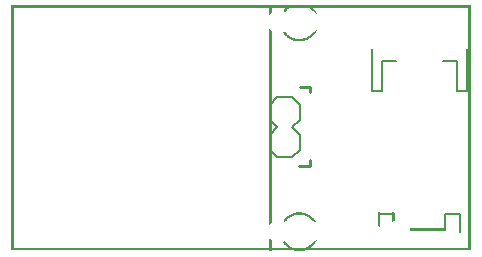
<source format=gbo>
G04 MADE WITH FRITZING*
G04 WWW.FRITZING.ORG*
G04 DOUBLE SIDED*
G04 HOLES PLATED*
G04 CONTOUR ON CENTER OF CONTOUR VECTOR*
%ASAXBY*%
%FSLAX23Y23*%
%MOIN*%
%OFA0B0*%
%SFA1.0B1.0*%
%ADD10C,0.010000*%
%ADD11C,0.008000*%
%ADD12R,0.001000X0.001000*%
%LNSILK0*%
G90*
G70*
G54D10*
X994Y302D02*
X994Y284D01*
D02*
X994Y284D02*
X959Y284D01*
D02*
X995Y528D02*
X995Y546D01*
D02*
X995Y546D02*
X960Y546D01*
G54D11*
D02*
X1517Y672D02*
X1517Y534D01*
D02*
X1517Y534D02*
X1486Y534D01*
D02*
X1486Y534D02*
X1486Y633D01*
D02*
X1486Y633D02*
X1438Y633D01*
D02*
X1281Y633D02*
X1234Y633D01*
D02*
X1234Y633D02*
X1234Y534D01*
D02*
X1234Y534D02*
X1202Y534D01*
D02*
X1202Y534D02*
X1202Y672D01*
D02*
X960Y337D02*
X960Y387D01*
D02*
X960Y387D02*
X935Y412D01*
D02*
X885Y412D02*
X860Y387D01*
D02*
X935Y412D02*
X960Y437D01*
D02*
X960Y437D02*
X960Y487D01*
D02*
X960Y487D02*
X935Y512D01*
D02*
X885Y512D02*
X860Y487D01*
D02*
X860Y487D02*
X860Y437D01*
D02*
X860Y437D02*
X885Y412D01*
D02*
X935Y312D02*
X885Y312D01*
D02*
X960Y337D02*
X935Y312D01*
D02*
X885Y312D02*
X860Y337D01*
D02*
X860Y387D02*
X860Y337D01*
D02*
X935Y512D02*
X885Y512D01*
D02*
X1494Y61D02*
X1494Y124D01*
D02*
X1494Y124D02*
X1446Y124D01*
D02*
X1226Y124D02*
X1273Y124D01*
D02*
X1446Y124D02*
X1446Y69D01*
G54D12*
X0Y817D02*
X1530Y817D01*
X0Y816D02*
X1530Y816D01*
X0Y815D02*
X1530Y815D01*
X0Y814D02*
X1530Y814D01*
X0Y813D02*
X1530Y813D01*
X0Y812D02*
X1530Y812D01*
X0Y811D02*
X1530Y811D01*
X0Y810D02*
X1530Y810D01*
X0Y809D02*
X7Y809D01*
X859Y809D02*
X866Y809D01*
X915Y809D02*
X925Y809D01*
X993Y809D02*
X1003Y809D01*
X1523Y809D02*
X1530Y809D01*
X0Y808D02*
X7Y808D01*
X859Y808D02*
X866Y808D01*
X914Y808D02*
X924Y808D01*
X994Y808D02*
X1004Y808D01*
X1523Y808D02*
X1530Y808D01*
X0Y807D02*
X7Y807D01*
X859Y807D02*
X866Y807D01*
X913Y807D02*
X923Y807D01*
X995Y807D02*
X1005Y807D01*
X1523Y807D02*
X1530Y807D01*
X0Y806D02*
X7Y806D01*
X859Y806D02*
X866Y806D01*
X912Y806D02*
X921Y806D01*
X996Y806D02*
X1006Y806D01*
X1523Y806D02*
X1530Y806D01*
X0Y805D02*
X7Y805D01*
X859Y805D02*
X866Y805D01*
X911Y805D02*
X920Y805D01*
X998Y805D02*
X1007Y805D01*
X1523Y805D02*
X1530Y805D01*
X0Y804D02*
X7Y804D01*
X859Y804D02*
X866Y804D01*
X910Y804D02*
X919Y804D01*
X999Y804D02*
X1008Y804D01*
X1523Y804D02*
X1530Y804D01*
X0Y803D02*
X7Y803D01*
X859Y803D02*
X866Y803D01*
X909Y803D02*
X918Y803D01*
X1000Y803D02*
X1009Y803D01*
X1523Y803D02*
X1530Y803D01*
X0Y802D02*
X7Y802D01*
X859Y802D02*
X866Y802D01*
X908Y802D02*
X917Y802D01*
X1001Y802D02*
X1009Y802D01*
X1523Y802D02*
X1530Y802D01*
X0Y801D02*
X7Y801D01*
X859Y801D02*
X866Y801D01*
X908Y801D02*
X916Y801D01*
X1002Y801D02*
X1010Y801D01*
X1523Y801D02*
X1530Y801D01*
X0Y800D02*
X7Y800D01*
X859Y800D02*
X866Y800D01*
X907Y800D02*
X915Y800D01*
X1003Y800D02*
X1011Y800D01*
X1523Y800D02*
X1530Y800D01*
X0Y799D02*
X7Y799D01*
X859Y799D02*
X866Y799D01*
X906Y799D02*
X915Y799D01*
X1003Y799D02*
X1012Y799D01*
X1523Y799D02*
X1530Y799D01*
X0Y798D02*
X7Y798D01*
X859Y798D02*
X866Y798D01*
X905Y798D02*
X914Y798D01*
X1005Y798D02*
X1012Y798D01*
X1523Y798D02*
X1530Y798D01*
X0Y797D02*
X7Y797D01*
X859Y797D02*
X866Y797D01*
X907Y797D02*
X913Y797D01*
X1007Y797D02*
X1013Y797D01*
X1523Y797D02*
X1530Y797D01*
X0Y796D02*
X7Y796D01*
X859Y796D02*
X866Y796D01*
X909Y796D02*
X912Y796D01*
X1009Y796D02*
X1014Y796D01*
X1523Y796D02*
X1530Y796D01*
X0Y795D02*
X7Y795D01*
X859Y795D02*
X866Y795D01*
X910Y795D02*
X911Y795D01*
X1010Y795D02*
X1014Y795D01*
X1523Y795D02*
X1530Y795D01*
X0Y794D02*
X7Y794D01*
X859Y794D02*
X866Y794D01*
X1012Y794D02*
X1015Y794D01*
X1523Y794D02*
X1530Y794D01*
X0Y793D02*
X7Y793D01*
X859Y793D02*
X866Y793D01*
X1013Y793D02*
X1016Y793D01*
X1523Y793D02*
X1530Y793D01*
X0Y792D02*
X7Y792D01*
X859Y792D02*
X866Y792D01*
X1014Y792D02*
X1016Y792D01*
X1523Y792D02*
X1530Y792D01*
X0Y791D02*
X7Y791D01*
X859Y791D02*
X865Y791D01*
X1016Y791D02*
X1016Y791D01*
X1523Y791D02*
X1530Y791D01*
X0Y790D02*
X7Y790D01*
X859Y790D02*
X864Y790D01*
X1017Y790D02*
X1017Y790D01*
X1523Y790D02*
X1530Y790D01*
X0Y789D02*
X7Y789D01*
X859Y789D02*
X863Y789D01*
X1523Y789D02*
X1530Y789D01*
X0Y788D02*
X7Y788D01*
X859Y788D02*
X862Y788D01*
X1523Y788D02*
X1530Y788D01*
X0Y787D02*
X7Y787D01*
X859Y787D02*
X861Y787D01*
X1523Y787D02*
X1530Y787D01*
X0Y786D02*
X7Y786D01*
X859Y786D02*
X860Y786D01*
X1523Y786D02*
X1530Y786D01*
X0Y785D02*
X7Y785D01*
X859Y785D02*
X859Y785D01*
X1523Y785D02*
X1530Y785D01*
X0Y784D02*
X7Y784D01*
X859Y784D02*
X859Y784D01*
X1523Y784D02*
X1530Y784D01*
X0Y783D02*
X7Y783D01*
X1523Y783D02*
X1530Y783D01*
X0Y782D02*
X7Y782D01*
X1523Y782D02*
X1530Y782D01*
X0Y781D02*
X7Y781D01*
X1523Y781D02*
X1530Y781D01*
X0Y780D02*
X7Y780D01*
X1523Y780D02*
X1530Y780D01*
X0Y779D02*
X7Y779D01*
X1523Y779D02*
X1530Y779D01*
X0Y778D02*
X7Y778D01*
X1523Y778D02*
X1530Y778D01*
X0Y777D02*
X7Y777D01*
X1523Y777D02*
X1530Y777D01*
X0Y776D02*
X7Y776D01*
X1523Y776D02*
X1530Y776D01*
X0Y775D02*
X7Y775D01*
X1523Y775D02*
X1530Y775D01*
X0Y774D02*
X7Y774D01*
X1523Y774D02*
X1530Y774D01*
X0Y773D02*
X7Y773D01*
X1523Y773D02*
X1530Y773D01*
X0Y772D02*
X7Y772D01*
X1523Y772D02*
X1530Y772D01*
X0Y771D02*
X7Y771D01*
X1523Y771D02*
X1530Y771D01*
X0Y770D02*
X7Y770D01*
X1523Y770D02*
X1530Y770D01*
X0Y769D02*
X7Y769D01*
X1523Y769D02*
X1530Y769D01*
X0Y768D02*
X7Y768D01*
X1523Y768D02*
X1530Y768D01*
X0Y767D02*
X7Y767D01*
X1523Y767D02*
X1530Y767D01*
X0Y766D02*
X7Y766D01*
X1523Y766D02*
X1530Y766D01*
X0Y765D02*
X7Y765D01*
X1523Y765D02*
X1530Y765D01*
X0Y764D02*
X7Y764D01*
X1523Y764D02*
X1530Y764D01*
X0Y763D02*
X7Y763D01*
X1523Y763D02*
X1530Y763D01*
X0Y762D02*
X7Y762D01*
X1523Y762D02*
X1530Y762D01*
X0Y761D02*
X7Y761D01*
X1523Y761D02*
X1530Y761D01*
X0Y760D02*
X7Y760D01*
X1523Y760D02*
X1530Y760D01*
X0Y759D02*
X7Y759D01*
X1523Y759D02*
X1530Y759D01*
X0Y758D02*
X7Y758D01*
X1523Y758D02*
X1530Y758D01*
X0Y757D02*
X7Y757D01*
X1523Y757D02*
X1530Y757D01*
X0Y756D02*
X7Y756D01*
X1523Y756D02*
X1530Y756D01*
X0Y755D02*
X7Y755D01*
X1523Y755D02*
X1530Y755D01*
X0Y754D02*
X7Y754D01*
X1523Y754D02*
X1530Y754D01*
X0Y753D02*
X7Y753D01*
X1523Y753D02*
X1530Y753D01*
X0Y752D02*
X7Y752D01*
X1523Y752D02*
X1530Y752D01*
X0Y751D02*
X7Y751D01*
X1523Y751D02*
X1530Y751D01*
X0Y750D02*
X7Y750D01*
X1523Y750D02*
X1530Y750D01*
X0Y749D02*
X7Y749D01*
X1523Y749D02*
X1530Y749D01*
X0Y748D02*
X7Y748D01*
X1523Y748D02*
X1530Y748D01*
X0Y747D02*
X7Y747D01*
X1523Y747D02*
X1530Y747D01*
X0Y746D02*
X7Y746D01*
X1523Y746D02*
X1530Y746D01*
X0Y745D02*
X7Y745D01*
X1523Y745D02*
X1530Y745D01*
X0Y744D02*
X7Y744D01*
X1523Y744D02*
X1530Y744D01*
X0Y743D02*
X7Y743D01*
X1523Y743D02*
X1530Y743D01*
X0Y742D02*
X7Y742D01*
X1523Y742D02*
X1530Y742D01*
X0Y741D02*
X7Y741D01*
X1523Y741D02*
X1530Y741D01*
X0Y740D02*
X7Y740D01*
X859Y740D02*
X859Y740D01*
X1523Y740D02*
X1530Y740D01*
X0Y739D02*
X7Y739D01*
X859Y739D02*
X860Y739D01*
X1523Y739D02*
X1530Y739D01*
X0Y738D02*
X7Y738D01*
X859Y738D02*
X860Y738D01*
X1523Y738D02*
X1530Y738D01*
X0Y737D02*
X7Y737D01*
X859Y737D02*
X861Y737D01*
X1523Y737D02*
X1530Y737D01*
X0Y736D02*
X7Y736D01*
X859Y736D02*
X862Y736D01*
X1018Y736D02*
X1018Y736D01*
X1523Y736D02*
X1530Y736D01*
X0Y735D02*
X7Y735D01*
X859Y735D02*
X863Y735D01*
X1017Y735D02*
X1017Y735D01*
X1523Y735D02*
X1530Y735D01*
X0Y734D02*
X7Y734D01*
X859Y734D02*
X864Y734D01*
X1016Y734D02*
X1017Y734D01*
X1523Y734D02*
X1530Y734D01*
X0Y733D02*
X7Y733D01*
X859Y733D02*
X865Y733D01*
X1015Y733D02*
X1016Y733D01*
X1523Y733D02*
X1530Y733D01*
X0Y732D02*
X7Y732D01*
X859Y732D02*
X866Y732D01*
X1014Y732D02*
X1016Y732D01*
X1523Y732D02*
X1530Y732D01*
X0Y731D02*
X7Y731D01*
X859Y731D02*
X866Y731D01*
X1013Y731D02*
X1015Y731D01*
X1523Y731D02*
X1530Y731D01*
X0Y730D02*
X7Y730D01*
X859Y730D02*
X866Y730D01*
X911Y730D02*
X911Y730D01*
X1011Y730D02*
X1014Y730D01*
X1523Y730D02*
X1530Y730D01*
X0Y729D02*
X7Y729D01*
X859Y729D02*
X866Y729D01*
X910Y729D02*
X912Y729D01*
X1010Y729D02*
X1014Y729D01*
X1523Y729D02*
X1530Y729D01*
X0Y728D02*
X7Y728D01*
X859Y728D02*
X866Y728D01*
X908Y728D02*
X913Y728D01*
X1008Y728D02*
X1013Y728D01*
X1523Y728D02*
X1530Y728D01*
X0Y727D02*
X7Y727D01*
X859Y727D02*
X866Y727D01*
X906Y727D02*
X913Y727D01*
X1006Y727D02*
X1013Y727D01*
X1523Y727D02*
X1530Y727D01*
X0Y726D02*
X7Y726D01*
X859Y726D02*
X866Y726D01*
X906Y726D02*
X914Y726D01*
X1004Y726D02*
X1012Y726D01*
X1523Y726D02*
X1530Y726D01*
X0Y725D02*
X7Y725D01*
X859Y725D02*
X866Y725D01*
X907Y725D02*
X915Y725D01*
X1003Y725D02*
X1011Y725D01*
X1523Y725D02*
X1530Y725D01*
X0Y724D02*
X7Y724D01*
X859Y724D02*
X866Y724D01*
X907Y724D02*
X916Y724D01*
X1002Y724D02*
X1010Y724D01*
X1523Y724D02*
X1530Y724D01*
X0Y723D02*
X7Y723D01*
X859Y723D02*
X866Y723D01*
X908Y723D02*
X917Y723D01*
X1001Y723D02*
X1010Y723D01*
X1523Y723D02*
X1530Y723D01*
X0Y722D02*
X7Y722D01*
X859Y722D02*
X866Y722D01*
X909Y722D02*
X918Y722D01*
X1000Y722D02*
X1009Y722D01*
X1523Y722D02*
X1530Y722D01*
X0Y721D02*
X7Y721D01*
X859Y721D02*
X866Y721D01*
X910Y721D02*
X919Y721D01*
X999Y721D02*
X1008Y721D01*
X1523Y721D02*
X1530Y721D01*
X0Y720D02*
X7Y720D01*
X859Y720D02*
X866Y720D01*
X911Y720D02*
X920Y720D01*
X998Y720D02*
X1007Y720D01*
X1523Y720D02*
X1530Y720D01*
X0Y719D02*
X7Y719D01*
X859Y719D02*
X866Y719D01*
X912Y719D02*
X921Y719D01*
X997Y719D02*
X1006Y719D01*
X1523Y719D02*
X1530Y719D01*
X0Y718D02*
X7Y718D01*
X859Y718D02*
X866Y718D01*
X912Y718D02*
X922Y718D01*
X996Y718D02*
X1005Y718D01*
X1523Y718D02*
X1530Y718D01*
X0Y717D02*
X7Y717D01*
X859Y717D02*
X866Y717D01*
X913Y717D02*
X924Y717D01*
X994Y717D02*
X1005Y717D01*
X1523Y717D02*
X1530Y717D01*
X0Y716D02*
X7Y716D01*
X859Y716D02*
X866Y716D01*
X914Y716D02*
X925Y716D01*
X993Y716D02*
X1003Y716D01*
X1523Y716D02*
X1530Y716D01*
X0Y715D02*
X7Y715D01*
X859Y715D02*
X866Y715D01*
X916Y715D02*
X926Y715D01*
X992Y715D02*
X1002Y715D01*
X1523Y715D02*
X1530Y715D01*
X0Y714D02*
X7Y714D01*
X859Y714D02*
X866Y714D01*
X917Y714D02*
X928Y714D01*
X990Y714D02*
X1001Y714D01*
X1523Y714D02*
X1530Y714D01*
X0Y713D02*
X7Y713D01*
X859Y713D02*
X866Y713D01*
X918Y713D02*
X930Y713D01*
X988Y713D02*
X1000Y713D01*
X1523Y713D02*
X1530Y713D01*
X0Y712D02*
X7Y712D01*
X859Y712D02*
X866Y712D01*
X919Y712D02*
X931Y712D01*
X987Y712D02*
X999Y712D01*
X1523Y712D02*
X1530Y712D01*
X0Y711D02*
X7Y711D01*
X859Y711D02*
X866Y711D01*
X920Y711D02*
X934Y711D01*
X984Y711D02*
X998Y711D01*
X1523Y711D02*
X1530Y711D01*
X0Y710D02*
X7Y710D01*
X859Y710D02*
X866Y710D01*
X922Y710D02*
X936Y710D01*
X982Y710D02*
X996Y710D01*
X1523Y710D02*
X1530Y710D01*
X0Y709D02*
X7Y709D01*
X859Y709D02*
X866Y709D01*
X923Y709D02*
X938Y709D01*
X980Y709D02*
X995Y709D01*
X1523Y709D02*
X1530Y709D01*
X0Y708D02*
X7Y708D01*
X859Y708D02*
X866Y708D01*
X924Y708D02*
X941Y708D01*
X977Y708D02*
X993Y708D01*
X1523Y708D02*
X1530Y708D01*
X0Y707D02*
X7Y707D01*
X859Y707D02*
X866Y707D01*
X926Y707D02*
X945Y707D01*
X973Y707D02*
X992Y707D01*
X1523Y707D02*
X1530Y707D01*
X0Y706D02*
X7Y706D01*
X859Y706D02*
X866Y706D01*
X928Y706D02*
X951Y706D01*
X967Y706D02*
X990Y706D01*
X1523Y706D02*
X1530Y706D01*
X0Y705D02*
X7Y705D01*
X859Y705D02*
X866Y705D01*
X929Y705D02*
X988Y705D01*
X1523Y705D02*
X1530Y705D01*
X0Y704D02*
X7Y704D01*
X859Y704D02*
X866Y704D01*
X932Y704D02*
X986Y704D01*
X1523Y704D02*
X1530Y704D01*
X0Y703D02*
X7Y703D01*
X859Y703D02*
X866Y703D01*
X934Y703D02*
X984Y703D01*
X1523Y703D02*
X1530Y703D01*
X0Y702D02*
X7Y702D01*
X859Y702D02*
X866Y702D01*
X936Y702D02*
X982Y702D01*
X1523Y702D02*
X1530Y702D01*
X0Y701D02*
X7Y701D01*
X859Y701D02*
X866Y701D01*
X939Y701D02*
X979Y701D01*
X1523Y701D02*
X1530Y701D01*
X0Y700D02*
X7Y700D01*
X859Y700D02*
X866Y700D01*
X942Y700D02*
X976Y700D01*
X1523Y700D02*
X1530Y700D01*
X0Y699D02*
X7Y699D01*
X859Y699D02*
X866Y699D01*
X946Y699D02*
X972Y699D01*
X1523Y699D02*
X1530Y699D01*
X0Y698D02*
X7Y698D01*
X859Y698D02*
X866Y698D01*
X951Y698D02*
X967Y698D01*
X1523Y698D02*
X1530Y698D01*
X0Y697D02*
X7Y697D01*
X859Y697D02*
X866Y697D01*
X1523Y697D02*
X1530Y697D01*
X0Y696D02*
X7Y696D01*
X859Y696D02*
X866Y696D01*
X1523Y696D02*
X1530Y696D01*
X0Y695D02*
X7Y695D01*
X859Y695D02*
X866Y695D01*
X1523Y695D02*
X1530Y695D01*
X0Y694D02*
X7Y694D01*
X859Y694D02*
X866Y694D01*
X1523Y694D02*
X1530Y694D01*
X0Y693D02*
X7Y693D01*
X859Y693D02*
X866Y693D01*
X1523Y693D02*
X1530Y693D01*
X0Y692D02*
X7Y692D01*
X859Y692D02*
X866Y692D01*
X1523Y692D02*
X1530Y692D01*
X0Y691D02*
X7Y691D01*
X859Y691D02*
X866Y691D01*
X1523Y691D02*
X1530Y691D01*
X0Y690D02*
X7Y690D01*
X859Y690D02*
X866Y690D01*
X1523Y690D02*
X1530Y690D01*
X0Y689D02*
X7Y689D01*
X859Y689D02*
X866Y689D01*
X1523Y689D02*
X1530Y689D01*
X0Y688D02*
X7Y688D01*
X859Y688D02*
X866Y688D01*
X1523Y688D02*
X1530Y688D01*
X0Y687D02*
X7Y687D01*
X859Y687D02*
X866Y687D01*
X1523Y687D02*
X1530Y687D01*
X0Y686D02*
X7Y686D01*
X859Y686D02*
X866Y686D01*
X1523Y686D02*
X1530Y686D01*
X0Y685D02*
X7Y685D01*
X859Y685D02*
X866Y685D01*
X1523Y685D02*
X1530Y685D01*
X0Y684D02*
X7Y684D01*
X859Y684D02*
X866Y684D01*
X1523Y684D02*
X1530Y684D01*
X0Y683D02*
X7Y683D01*
X859Y683D02*
X866Y683D01*
X1523Y683D02*
X1530Y683D01*
X0Y682D02*
X7Y682D01*
X859Y682D02*
X866Y682D01*
X1523Y682D02*
X1530Y682D01*
X0Y681D02*
X7Y681D01*
X859Y681D02*
X866Y681D01*
X1523Y681D02*
X1530Y681D01*
X0Y680D02*
X7Y680D01*
X859Y680D02*
X866Y680D01*
X1523Y680D02*
X1530Y680D01*
X0Y679D02*
X7Y679D01*
X859Y679D02*
X866Y679D01*
X1523Y679D02*
X1530Y679D01*
X0Y678D02*
X7Y678D01*
X859Y678D02*
X866Y678D01*
X1523Y678D02*
X1530Y678D01*
X0Y677D02*
X7Y677D01*
X859Y677D02*
X866Y677D01*
X1523Y677D02*
X1530Y677D01*
X0Y676D02*
X7Y676D01*
X859Y676D02*
X866Y676D01*
X1523Y676D02*
X1530Y676D01*
X0Y675D02*
X7Y675D01*
X859Y675D02*
X866Y675D01*
X1523Y675D02*
X1530Y675D01*
X0Y674D02*
X7Y674D01*
X859Y674D02*
X866Y674D01*
X1523Y674D02*
X1530Y674D01*
X0Y673D02*
X7Y673D01*
X859Y673D02*
X866Y673D01*
X1523Y673D02*
X1530Y673D01*
X0Y672D02*
X7Y672D01*
X859Y672D02*
X866Y672D01*
X1523Y672D02*
X1530Y672D01*
X0Y671D02*
X7Y671D01*
X859Y671D02*
X866Y671D01*
X1523Y671D02*
X1530Y671D01*
X0Y670D02*
X7Y670D01*
X859Y670D02*
X866Y670D01*
X1523Y670D02*
X1530Y670D01*
X0Y669D02*
X7Y669D01*
X859Y669D02*
X866Y669D01*
X1523Y669D02*
X1530Y669D01*
X0Y668D02*
X7Y668D01*
X859Y668D02*
X866Y668D01*
X1523Y668D02*
X1530Y668D01*
X0Y667D02*
X7Y667D01*
X859Y667D02*
X866Y667D01*
X1523Y667D02*
X1530Y667D01*
X0Y666D02*
X7Y666D01*
X859Y666D02*
X866Y666D01*
X1523Y666D02*
X1530Y666D01*
X0Y665D02*
X7Y665D01*
X859Y665D02*
X866Y665D01*
X1523Y665D02*
X1530Y665D01*
X0Y664D02*
X7Y664D01*
X859Y664D02*
X866Y664D01*
X1523Y664D02*
X1530Y664D01*
X0Y663D02*
X7Y663D01*
X859Y663D02*
X866Y663D01*
X1523Y663D02*
X1530Y663D01*
X0Y662D02*
X7Y662D01*
X859Y662D02*
X866Y662D01*
X1523Y662D02*
X1530Y662D01*
X0Y661D02*
X7Y661D01*
X859Y661D02*
X866Y661D01*
X1523Y661D02*
X1530Y661D01*
X0Y660D02*
X7Y660D01*
X859Y660D02*
X866Y660D01*
X1523Y660D02*
X1530Y660D01*
X0Y659D02*
X7Y659D01*
X859Y659D02*
X866Y659D01*
X1523Y659D02*
X1530Y659D01*
X0Y658D02*
X7Y658D01*
X859Y658D02*
X866Y658D01*
X1523Y658D02*
X1530Y658D01*
X0Y657D02*
X7Y657D01*
X859Y657D02*
X866Y657D01*
X1523Y657D02*
X1530Y657D01*
X0Y656D02*
X7Y656D01*
X859Y656D02*
X866Y656D01*
X1523Y656D02*
X1530Y656D01*
X0Y655D02*
X7Y655D01*
X859Y655D02*
X866Y655D01*
X1523Y655D02*
X1530Y655D01*
X0Y654D02*
X7Y654D01*
X859Y654D02*
X866Y654D01*
X1523Y654D02*
X1530Y654D01*
X0Y653D02*
X7Y653D01*
X859Y653D02*
X866Y653D01*
X1523Y653D02*
X1530Y653D01*
X0Y652D02*
X7Y652D01*
X859Y652D02*
X866Y652D01*
X1523Y652D02*
X1530Y652D01*
X0Y651D02*
X7Y651D01*
X859Y651D02*
X866Y651D01*
X1523Y651D02*
X1530Y651D01*
X0Y650D02*
X7Y650D01*
X859Y650D02*
X866Y650D01*
X1523Y650D02*
X1530Y650D01*
X0Y649D02*
X7Y649D01*
X859Y649D02*
X866Y649D01*
X1523Y649D02*
X1530Y649D01*
X0Y648D02*
X7Y648D01*
X859Y648D02*
X866Y648D01*
X1523Y648D02*
X1530Y648D01*
X0Y647D02*
X7Y647D01*
X859Y647D02*
X866Y647D01*
X1523Y647D02*
X1530Y647D01*
X0Y646D02*
X7Y646D01*
X859Y646D02*
X866Y646D01*
X1523Y646D02*
X1530Y646D01*
X0Y645D02*
X7Y645D01*
X859Y645D02*
X866Y645D01*
X1523Y645D02*
X1530Y645D01*
X0Y644D02*
X7Y644D01*
X859Y644D02*
X866Y644D01*
X1523Y644D02*
X1530Y644D01*
X0Y643D02*
X7Y643D01*
X859Y643D02*
X866Y643D01*
X1523Y643D02*
X1530Y643D01*
X0Y642D02*
X7Y642D01*
X859Y642D02*
X866Y642D01*
X1523Y642D02*
X1530Y642D01*
X0Y641D02*
X7Y641D01*
X859Y641D02*
X866Y641D01*
X1523Y641D02*
X1530Y641D01*
X0Y640D02*
X7Y640D01*
X859Y640D02*
X866Y640D01*
X1523Y640D02*
X1530Y640D01*
X0Y639D02*
X7Y639D01*
X859Y639D02*
X866Y639D01*
X1523Y639D02*
X1530Y639D01*
X0Y638D02*
X7Y638D01*
X859Y638D02*
X866Y638D01*
X1523Y638D02*
X1530Y638D01*
X0Y637D02*
X7Y637D01*
X859Y637D02*
X866Y637D01*
X1523Y637D02*
X1530Y637D01*
X0Y636D02*
X7Y636D01*
X859Y636D02*
X866Y636D01*
X1523Y636D02*
X1530Y636D01*
X0Y635D02*
X7Y635D01*
X859Y635D02*
X866Y635D01*
X1523Y635D02*
X1530Y635D01*
X0Y634D02*
X7Y634D01*
X859Y634D02*
X866Y634D01*
X1523Y634D02*
X1530Y634D01*
X0Y633D02*
X7Y633D01*
X859Y633D02*
X866Y633D01*
X1523Y633D02*
X1530Y633D01*
X0Y632D02*
X7Y632D01*
X859Y632D02*
X866Y632D01*
X1523Y632D02*
X1530Y632D01*
X0Y631D02*
X7Y631D01*
X859Y631D02*
X866Y631D01*
X1523Y631D02*
X1530Y631D01*
X0Y630D02*
X7Y630D01*
X859Y630D02*
X866Y630D01*
X1523Y630D02*
X1530Y630D01*
X0Y629D02*
X7Y629D01*
X859Y629D02*
X866Y629D01*
X1523Y629D02*
X1530Y629D01*
X0Y628D02*
X7Y628D01*
X859Y628D02*
X866Y628D01*
X1523Y628D02*
X1530Y628D01*
X0Y627D02*
X7Y627D01*
X859Y627D02*
X866Y627D01*
X1523Y627D02*
X1530Y627D01*
X0Y626D02*
X7Y626D01*
X859Y626D02*
X866Y626D01*
X1523Y626D02*
X1530Y626D01*
X0Y625D02*
X7Y625D01*
X859Y625D02*
X866Y625D01*
X1523Y625D02*
X1530Y625D01*
X0Y624D02*
X7Y624D01*
X859Y624D02*
X866Y624D01*
X1523Y624D02*
X1530Y624D01*
X0Y623D02*
X7Y623D01*
X859Y623D02*
X866Y623D01*
X1523Y623D02*
X1530Y623D01*
X0Y622D02*
X7Y622D01*
X859Y622D02*
X866Y622D01*
X1523Y622D02*
X1530Y622D01*
X0Y621D02*
X7Y621D01*
X859Y621D02*
X866Y621D01*
X1523Y621D02*
X1530Y621D01*
X0Y620D02*
X7Y620D01*
X859Y620D02*
X866Y620D01*
X1523Y620D02*
X1530Y620D01*
X0Y619D02*
X7Y619D01*
X859Y619D02*
X866Y619D01*
X1523Y619D02*
X1530Y619D01*
X0Y618D02*
X7Y618D01*
X859Y618D02*
X866Y618D01*
X1523Y618D02*
X1530Y618D01*
X0Y617D02*
X7Y617D01*
X859Y617D02*
X866Y617D01*
X1523Y617D02*
X1530Y617D01*
X0Y616D02*
X7Y616D01*
X859Y616D02*
X866Y616D01*
X1523Y616D02*
X1530Y616D01*
X0Y615D02*
X7Y615D01*
X859Y615D02*
X866Y615D01*
X1523Y615D02*
X1530Y615D01*
X0Y614D02*
X7Y614D01*
X859Y614D02*
X866Y614D01*
X1523Y614D02*
X1530Y614D01*
X0Y613D02*
X7Y613D01*
X859Y613D02*
X866Y613D01*
X1523Y613D02*
X1530Y613D01*
X0Y612D02*
X7Y612D01*
X859Y612D02*
X866Y612D01*
X1523Y612D02*
X1530Y612D01*
X0Y611D02*
X7Y611D01*
X859Y611D02*
X866Y611D01*
X1523Y611D02*
X1530Y611D01*
X0Y610D02*
X7Y610D01*
X859Y610D02*
X866Y610D01*
X1523Y610D02*
X1530Y610D01*
X0Y609D02*
X7Y609D01*
X859Y609D02*
X866Y609D01*
X1523Y609D02*
X1530Y609D01*
X0Y608D02*
X7Y608D01*
X859Y608D02*
X866Y608D01*
X1523Y608D02*
X1530Y608D01*
X0Y607D02*
X7Y607D01*
X859Y607D02*
X866Y607D01*
X1523Y607D02*
X1530Y607D01*
X0Y606D02*
X7Y606D01*
X859Y606D02*
X866Y606D01*
X1523Y606D02*
X1530Y606D01*
X0Y605D02*
X7Y605D01*
X859Y605D02*
X866Y605D01*
X1523Y605D02*
X1530Y605D01*
X0Y604D02*
X7Y604D01*
X859Y604D02*
X866Y604D01*
X1523Y604D02*
X1530Y604D01*
X0Y603D02*
X7Y603D01*
X859Y603D02*
X866Y603D01*
X1523Y603D02*
X1530Y603D01*
X0Y602D02*
X7Y602D01*
X859Y602D02*
X866Y602D01*
X1523Y602D02*
X1530Y602D01*
X0Y601D02*
X7Y601D01*
X859Y601D02*
X866Y601D01*
X1523Y601D02*
X1530Y601D01*
X0Y600D02*
X7Y600D01*
X859Y600D02*
X866Y600D01*
X1523Y600D02*
X1530Y600D01*
X0Y599D02*
X7Y599D01*
X859Y599D02*
X866Y599D01*
X1523Y599D02*
X1530Y599D01*
X0Y598D02*
X7Y598D01*
X859Y598D02*
X866Y598D01*
X1523Y598D02*
X1530Y598D01*
X0Y597D02*
X7Y597D01*
X859Y597D02*
X866Y597D01*
X1523Y597D02*
X1530Y597D01*
X0Y596D02*
X7Y596D01*
X859Y596D02*
X866Y596D01*
X1523Y596D02*
X1530Y596D01*
X0Y595D02*
X7Y595D01*
X859Y595D02*
X866Y595D01*
X1523Y595D02*
X1530Y595D01*
X0Y594D02*
X7Y594D01*
X859Y594D02*
X866Y594D01*
X1523Y594D02*
X1530Y594D01*
X0Y593D02*
X7Y593D01*
X859Y593D02*
X866Y593D01*
X1523Y593D02*
X1530Y593D01*
X0Y592D02*
X7Y592D01*
X859Y592D02*
X866Y592D01*
X1523Y592D02*
X1530Y592D01*
X0Y591D02*
X7Y591D01*
X859Y591D02*
X866Y591D01*
X1523Y591D02*
X1530Y591D01*
X0Y590D02*
X7Y590D01*
X859Y590D02*
X866Y590D01*
X1523Y590D02*
X1530Y590D01*
X0Y589D02*
X7Y589D01*
X859Y589D02*
X866Y589D01*
X1523Y589D02*
X1530Y589D01*
X0Y588D02*
X7Y588D01*
X859Y588D02*
X866Y588D01*
X1523Y588D02*
X1530Y588D01*
X0Y587D02*
X7Y587D01*
X859Y587D02*
X866Y587D01*
X1523Y587D02*
X1530Y587D01*
X0Y586D02*
X7Y586D01*
X859Y586D02*
X866Y586D01*
X1523Y586D02*
X1530Y586D01*
X0Y585D02*
X7Y585D01*
X859Y585D02*
X866Y585D01*
X1523Y585D02*
X1530Y585D01*
X0Y584D02*
X7Y584D01*
X859Y584D02*
X866Y584D01*
X1523Y584D02*
X1530Y584D01*
X0Y583D02*
X7Y583D01*
X859Y583D02*
X866Y583D01*
X1523Y583D02*
X1530Y583D01*
X0Y582D02*
X7Y582D01*
X859Y582D02*
X866Y582D01*
X1523Y582D02*
X1530Y582D01*
X0Y581D02*
X7Y581D01*
X859Y581D02*
X866Y581D01*
X1523Y581D02*
X1530Y581D01*
X0Y580D02*
X7Y580D01*
X859Y580D02*
X866Y580D01*
X1523Y580D02*
X1530Y580D01*
X0Y579D02*
X7Y579D01*
X859Y579D02*
X866Y579D01*
X1523Y579D02*
X1530Y579D01*
X0Y578D02*
X7Y578D01*
X859Y578D02*
X866Y578D01*
X1523Y578D02*
X1530Y578D01*
X0Y577D02*
X7Y577D01*
X859Y577D02*
X866Y577D01*
X1523Y577D02*
X1530Y577D01*
X0Y576D02*
X7Y576D01*
X859Y576D02*
X866Y576D01*
X1523Y576D02*
X1530Y576D01*
X0Y575D02*
X7Y575D01*
X859Y575D02*
X866Y575D01*
X1523Y575D02*
X1530Y575D01*
X0Y574D02*
X7Y574D01*
X859Y574D02*
X866Y574D01*
X1523Y574D02*
X1530Y574D01*
X0Y573D02*
X7Y573D01*
X859Y573D02*
X866Y573D01*
X1523Y573D02*
X1530Y573D01*
X0Y572D02*
X7Y572D01*
X859Y572D02*
X866Y572D01*
X1523Y572D02*
X1530Y572D01*
X0Y571D02*
X7Y571D01*
X859Y571D02*
X866Y571D01*
X1523Y571D02*
X1530Y571D01*
X0Y570D02*
X7Y570D01*
X859Y570D02*
X866Y570D01*
X1523Y570D02*
X1530Y570D01*
X0Y569D02*
X7Y569D01*
X859Y569D02*
X866Y569D01*
X1523Y569D02*
X1530Y569D01*
X0Y568D02*
X7Y568D01*
X859Y568D02*
X866Y568D01*
X1523Y568D02*
X1530Y568D01*
X0Y567D02*
X7Y567D01*
X859Y567D02*
X866Y567D01*
X1523Y567D02*
X1530Y567D01*
X0Y566D02*
X7Y566D01*
X859Y566D02*
X866Y566D01*
X1523Y566D02*
X1530Y566D01*
X0Y565D02*
X7Y565D01*
X859Y565D02*
X866Y565D01*
X1523Y565D02*
X1530Y565D01*
X0Y564D02*
X7Y564D01*
X859Y564D02*
X866Y564D01*
X1523Y564D02*
X1530Y564D01*
X0Y563D02*
X7Y563D01*
X859Y563D02*
X866Y563D01*
X1523Y563D02*
X1530Y563D01*
X0Y562D02*
X7Y562D01*
X859Y562D02*
X866Y562D01*
X1523Y562D02*
X1530Y562D01*
X0Y561D02*
X7Y561D01*
X859Y561D02*
X866Y561D01*
X1523Y561D02*
X1530Y561D01*
X0Y560D02*
X7Y560D01*
X859Y560D02*
X866Y560D01*
X1523Y560D02*
X1530Y560D01*
X0Y559D02*
X7Y559D01*
X859Y559D02*
X866Y559D01*
X1523Y559D02*
X1530Y559D01*
X0Y558D02*
X7Y558D01*
X859Y558D02*
X866Y558D01*
X1523Y558D02*
X1530Y558D01*
X0Y557D02*
X7Y557D01*
X859Y557D02*
X866Y557D01*
X1523Y557D02*
X1530Y557D01*
X0Y556D02*
X7Y556D01*
X859Y556D02*
X866Y556D01*
X1523Y556D02*
X1530Y556D01*
X0Y555D02*
X7Y555D01*
X859Y555D02*
X866Y555D01*
X1523Y555D02*
X1530Y555D01*
X0Y554D02*
X7Y554D01*
X859Y554D02*
X866Y554D01*
X1523Y554D02*
X1530Y554D01*
X0Y553D02*
X7Y553D01*
X859Y553D02*
X866Y553D01*
X1523Y553D02*
X1530Y553D01*
X0Y552D02*
X7Y552D01*
X859Y552D02*
X866Y552D01*
X1523Y552D02*
X1530Y552D01*
X0Y551D02*
X7Y551D01*
X859Y551D02*
X866Y551D01*
X1523Y551D02*
X1530Y551D01*
X0Y550D02*
X7Y550D01*
X859Y550D02*
X866Y550D01*
X1523Y550D02*
X1530Y550D01*
X0Y549D02*
X7Y549D01*
X859Y549D02*
X866Y549D01*
X1523Y549D02*
X1530Y549D01*
X0Y548D02*
X7Y548D01*
X859Y548D02*
X866Y548D01*
X1523Y548D02*
X1530Y548D01*
X0Y547D02*
X7Y547D01*
X859Y547D02*
X866Y547D01*
X1523Y547D02*
X1530Y547D01*
X0Y546D02*
X7Y546D01*
X859Y546D02*
X866Y546D01*
X1523Y546D02*
X1530Y546D01*
X0Y545D02*
X7Y545D01*
X859Y545D02*
X866Y545D01*
X1523Y545D02*
X1530Y545D01*
X0Y544D02*
X7Y544D01*
X859Y544D02*
X866Y544D01*
X1523Y544D02*
X1530Y544D01*
X0Y543D02*
X7Y543D01*
X859Y543D02*
X866Y543D01*
X1523Y543D02*
X1530Y543D01*
X0Y542D02*
X7Y542D01*
X859Y542D02*
X866Y542D01*
X1523Y542D02*
X1530Y542D01*
X0Y541D02*
X7Y541D01*
X859Y541D02*
X866Y541D01*
X1523Y541D02*
X1530Y541D01*
X0Y540D02*
X7Y540D01*
X859Y540D02*
X866Y540D01*
X1523Y540D02*
X1530Y540D01*
X0Y539D02*
X7Y539D01*
X859Y539D02*
X866Y539D01*
X1523Y539D02*
X1530Y539D01*
X0Y538D02*
X7Y538D01*
X859Y538D02*
X866Y538D01*
X1523Y538D02*
X1530Y538D01*
X0Y537D02*
X7Y537D01*
X859Y537D02*
X866Y537D01*
X1523Y537D02*
X1530Y537D01*
X0Y536D02*
X7Y536D01*
X859Y536D02*
X866Y536D01*
X1523Y536D02*
X1530Y536D01*
X0Y535D02*
X7Y535D01*
X859Y535D02*
X866Y535D01*
X1523Y535D02*
X1530Y535D01*
X0Y534D02*
X7Y534D01*
X859Y534D02*
X866Y534D01*
X1523Y534D02*
X1530Y534D01*
X0Y533D02*
X7Y533D01*
X859Y533D02*
X866Y533D01*
X1523Y533D02*
X1530Y533D01*
X0Y532D02*
X7Y532D01*
X859Y532D02*
X866Y532D01*
X1523Y532D02*
X1530Y532D01*
X0Y531D02*
X7Y531D01*
X859Y531D02*
X866Y531D01*
X1523Y531D02*
X1530Y531D01*
X0Y530D02*
X7Y530D01*
X859Y530D02*
X866Y530D01*
X1523Y530D02*
X1530Y530D01*
X0Y529D02*
X7Y529D01*
X859Y529D02*
X866Y529D01*
X1523Y529D02*
X1530Y529D01*
X0Y528D02*
X7Y528D01*
X859Y528D02*
X866Y528D01*
X1523Y528D02*
X1530Y528D01*
X0Y527D02*
X7Y527D01*
X859Y527D02*
X866Y527D01*
X1523Y527D02*
X1530Y527D01*
X0Y526D02*
X7Y526D01*
X859Y526D02*
X866Y526D01*
X1523Y526D02*
X1530Y526D01*
X0Y525D02*
X7Y525D01*
X859Y525D02*
X866Y525D01*
X1523Y525D02*
X1530Y525D01*
X0Y524D02*
X7Y524D01*
X859Y524D02*
X866Y524D01*
X1523Y524D02*
X1530Y524D01*
X0Y523D02*
X7Y523D01*
X859Y523D02*
X866Y523D01*
X1523Y523D02*
X1530Y523D01*
X0Y522D02*
X7Y522D01*
X859Y522D02*
X866Y522D01*
X1523Y522D02*
X1530Y522D01*
X0Y521D02*
X7Y521D01*
X859Y521D02*
X866Y521D01*
X1523Y521D02*
X1530Y521D01*
X0Y520D02*
X7Y520D01*
X859Y520D02*
X866Y520D01*
X1523Y520D02*
X1530Y520D01*
X0Y519D02*
X7Y519D01*
X859Y519D02*
X866Y519D01*
X1523Y519D02*
X1530Y519D01*
X0Y518D02*
X7Y518D01*
X859Y518D02*
X866Y518D01*
X1523Y518D02*
X1530Y518D01*
X0Y517D02*
X7Y517D01*
X859Y517D02*
X866Y517D01*
X1523Y517D02*
X1530Y517D01*
X0Y516D02*
X7Y516D01*
X859Y516D02*
X866Y516D01*
X1523Y516D02*
X1530Y516D01*
X0Y515D02*
X7Y515D01*
X859Y515D02*
X866Y515D01*
X1523Y515D02*
X1530Y515D01*
X0Y514D02*
X7Y514D01*
X859Y514D02*
X866Y514D01*
X1523Y514D02*
X1530Y514D01*
X0Y513D02*
X7Y513D01*
X859Y513D02*
X866Y513D01*
X1523Y513D02*
X1530Y513D01*
X0Y512D02*
X7Y512D01*
X859Y512D02*
X866Y512D01*
X1523Y512D02*
X1530Y512D01*
X0Y511D02*
X7Y511D01*
X859Y511D02*
X866Y511D01*
X1523Y511D02*
X1530Y511D01*
X0Y510D02*
X7Y510D01*
X859Y510D02*
X866Y510D01*
X1523Y510D02*
X1530Y510D01*
X0Y509D02*
X7Y509D01*
X859Y509D02*
X866Y509D01*
X1523Y509D02*
X1530Y509D01*
X0Y508D02*
X7Y508D01*
X859Y508D02*
X866Y508D01*
X1523Y508D02*
X1530Y508D01*
X0Y507D02*
X7Y507D01*
X859Y507D02*
X866Y507D01*
X1523Y507D02*
X1530Y507D01*
X0Y506D02*
X7Y506D01*
X859Y506D02*
X866Y506D01*
X1523Y506D02*
X1530Y506D01*
X0Y505D02*
X7Y505D01*
X859Y505D02*
X866Y505D01*
X1523Y505D02*
X1530Y505D01*
X0Y504D02*
X7Y504D01*
X859Y504D02*
X866Y504D01*
X1523Y504D02*
X1530Y504D01*
X0Y503D02*
X7Y503D01*
X859Y503D02*
X866Y503D01*
X1523Y503D02*
X1530Y503D01*
X0Y502D02*
X7Y502D01*
X859Y502D02*
X866Y502D01*
X1523Y502D02*
X1530Y502D01*
X0Y501D02*
X7Y501D01*
X859Y501D02*
X866Y501D01*
X1523Y501D02*
X1530Y501D01*
X0Y500D02*
X7Y500D01*
X859Y500D02*
X866Y500D01*
X1523Y500D02*
X1530Y500D01*
X0Y499D02*
X7Y499D01*
X859Y499D02*
X866Y499D01*
X1523Y499D02*
X1530Y499D01*
X0Y498D02*
X7Y498D01*
X859Y498D02*
X866Y498D01*
X1523Y498D02*
X1530Y498D01*
X0Y497D02*
X7Y497D01*
X859Y497D02*
X866Y497D01*
X1523Y497D02*
X1530Y497D01*
X0Y496D02*
X7Y496D01*
X859Y496D02*
X866Y496D01*
X1523Y496D02*
X1530Y496D01*
X0Y495D02*
X7Y495D01*
X859Y495D02*
X866Y495D01*
X1523Y495D02*
X1530Y495D01*
X0Y494D02*
X7Y494D01*
X859Y494D02*
X866Y494D01*
X1523Y494D02*
X1530Y494D01*
X0Y493D02*
X7Y493D01*
X859Y493D02*
X866Y493D01*
X1523Y493D02*
X1530Y493D01*
X0Y492D02*
X7Y492D01*
X859Y492D02*
X866Y492D01*
X1523Y492D02*
X1530Y492D01*
X0Y491D02*
X7Y491D01*
X859Y491D02*
X866Y491D01*
X1523Y491D02*
X1530Y491D01*
X0Y490D02*
X7Y490D01*
X859Y490D02*
X866Y490D01*
X1523Y490D02*
X1530Y490D01*
X0Y489D02*
X7Y489D01*
X859Y489D02*
X866Y489D01*
X1523Y489D02*
X1530Y489D01*
X0Y488D02*
X7Y488D01*
X859Y488D02*
X866Y488D01*
X1523Y488D02*
X1530Y488D01*
X0Y487D02*
X7Y487D01*
X859Y487D02*
X866Y487D01*
X1523Y487D02*
X1530Y487D01*
X0Y486D02*
X7Y486D01*
X859Y486D02*
X866Y486D01*
X1523Y486D02*
X1530Y486D01*
X0Y485D02*
X7Y485D01*
X859Y485D02*
X866Y485D01*
X1523Y485D02*
X1530Y485D01*
X0Y484D02*
X7Y484D01*
X859Y484D02*
X866Y484D01*
X1523Y484D02*
X1530Y484D01*
X0Y483D02*
X7Y483D01*
X859Y483D02*
X866Y483D01*
X1523Y483D02*
X1530Y483D01*
X0Y482D02*
X7Y482D01*
X859Y482D02*
X866Y482D01*
X1523Y482D02*
X1530Y482D01*
X0Y481D02*
X7Y481D01*
X859Y481D02*
X866Y481D01*
X1523Y481D02*
X1530Y481D01*
X0Y480D02*
X7Y480D01*
X859Y480D02*
X866Y480D01*
X1523Y480D02*
X1530Y480D01*
X0Y479D02*
X7Y479D01*
X859Y479D02*
X866Y479D01*
X1523Y479D02*
X1530Y479D01*
X0Y478D02*
X7Y478D01*
X859Y478D02*
X866Y478D01*
X1523Y478D02*
X1530Y478D01*
X0Y477D02*
X7Y477D01*
X859Y477D02*
X866Y477D01*
X1523Y477D02*
X1530Y477D01*
X0Y476D02*
X7Y476D01*
X859Y476D02*
X866Y476D01*
X1523Y476D02*
X1530Y476D01*
X0Y475D02*
X7Y475D01*
X859Y475D02*
X866Y475D01*
X1523Y475D02*
X1530Y475D01*
X0Y474D02*
X7Y474D01*
X859Y474D02*
X866Y474D01*
X1523Y474D02*
X1530Y474D01*
X0Y473D02*
X7Y473D01*
X859Y473D02*
X866Y473D01*
X1523Y473D02*
X1530Y473D01*
X0Y472D02*
X7Y472D01*
X859Y472D02*
X866Y472D01*
X1523Y472D02*
X1530Y472D01*
X0Y471D02*
X7Y471D01*
X859Y471D02*
X866Y471D01*
X1523Y471D02*
X1530Y471D01*
X0Y470D02*
X7Y470D01*
X859Y470D02*
X866Y470D01*
X1523Y470D02*
X1530Y470D01*
X0Y469D02*
X7Y469D01*
X859Y469D02*
X866Y469D01*
X1523Y469D02*
X1530Y469D01*
X0Y468D02*
X7Y468D01*
X859Y468D02*
X866Y468D01*
X1523Y468D02*
X1530Y468D01*
X0Y467D02*
X7Y467D01*
X859Y467D02*
X866Y467D01*
X1523Y467D02*
X1530Y467D01*
X0Y466D02*
X7Y466D01*
X859Y466D02*
X866Y466D01*
X1523Y466D02*
X1530Y466D01*
X0Y465D02*
X7Y465D01*
X859Y465D02*
X866Y465D01*
X1523Y465D02*
X1530Y465D01*
X0Y464D02*
X7Y464D01*
X859Y464D02*
X866Y464D01*
X1523Y464D02*
X1530Y464D01*
X0Y463D02*
X7Y463D01*
X859Y463D02*
X866Y463D01*
X1523Y463D02*
X1530Y463D01*
X0Y462D02*
X7Y462D01*
X859Y462D02*
X866Y462D01*
X1523Y462D02*
X1530Y462D01*
X0Y461D02*
X7Y461D01*
X859Y461D02*
X866Y461D01*
X1523Y461D02*
X1530Y461D01*
X0Y460D02*
X7Y460D01*
X859Y460D02*
X866Y460D01*
X1523Y460D02*
X1530Y460D01*
X0Y459D02*
X7Y459D01*
X859Y459D02*
X866Y459D01*
X1523Y459D02*
X1530Y459D01*
X0Y458D02*
X7Y458D01*
X859Y458D02*
X866Y458D01*
X1523Y458D02*
X1530Y458D01*
X0Y457D02*
X7Y457D01*
X859Y457D02*
X866Y457D01*
X1523Y457D02*
X1530Y457D01*
X0Y456D02*
X7Y456D01*
X859Y456D02*
X866Y456D01*
X1523Y456D02*
X1530Y456D01*
X0Y455D02*
X7Y455D01*
X859Y455D02*
X866Y455D01*
X1523Y455D02*
X1530Y455D01*
X0Y454D02*
X7Y454D01*
X859Y454D02*
X866Y454D01*
X1523Y454D02*
X1530Y454D01*
X0Y453D02*
X7Y453D01*
X859Y453D02*
X866Y453D01*
X1523Y453D02*
X1530Y453D01*
X0Y452D02*
X7Y452D01*
X859Y452D02*
X866Y452D01*
X1523Y452D02*
X1530Y452D01*
X0Y451D02*
X7Y451D01*
X859Y451D02*
X866Y451D01*
X1523Y451D02*
X1530Y451D01*
X0Y450D02*
X7Y450D01*
X859Y450D02*
X866Y450D01*
X1523Y450D02*
X1530Y450D01*
X0Y449D02*
X7Y449D01*
X859Y449D02*
X866Y449D01*
X1523Y449D02*
X1530Y449D01*
X0Y448D02*
X7Y448D01*
X859Y448D02*
X866Y448D01*
X1523Y448D02*
X1530Y448D01*
X0Y447D02*
X7Y447D01*
X859Y447D02*
X866Y447D01*
X1523Y447D02*
X1530Y447D01*
X0Y446D02*
X7Y446D01*
X859Y446D02*
X866Y446D01*
X1523Y446D02*
X1530Y446D01*
X0Y445D02*
X7Y445D01*
X859Y445D02*
X866Y445D01*
X1523Y445D02*
X1530Y445D01*
X0Y444D02*
X7Y444D01*
X859Y444D02*
X866Y444D01*
X1523Y444D02*
X1530Y444D01*
X0Y443D02*
X7Y443D01*
X859Y443D02*
X866Y443D01*
X1523Y443D02*
X1530Y443D01*
X0Y442D02*
X7Y442D01*
X859Y442D02*
X866Y442D01*
X1523Y442D02*
X1530Y442D01*
X0Y441D02*
X7Y441D01*
X859Y441D02*
X866Y441D01*
X1523Y441D02*
X1530Y441D01*
X0Y440D02*
X7Y440D01*
X859Y440D02*
X866Y440D01*
X1523Y440D02*
X1530Y440D01*
X0Y439D02*
X7Y439D01*
X859Y439D02*
X866Y439D01*
X1523Y439D02*
X1530Y439D01*
X0Y438D02*
X7Y438D01*
X859Y438D02*
X866Y438D01*
X1523Y438D02*
X1530Y438D01*
X0Y437D02*
X7Y437D01*
X859Y437D02*
X866Y437D01*
X1523Y437D02*
X1530Y437D01*
X0Y436D02*
X7Y436D01*
X859Y436D02*
X866Y436D01*
X1523Y436D02*
X1530Y436D01*
X0Y435D02*
X7Y435D01*
X859Y435D02*
X866Y435D01*
X1523Y435D02*
X1530Y435D01*
X0Y434D02*
X7Y434D01*
X859Y434D02*
X866Y434D01*
X1523Y434D02*
X1530Y434D01*
X0Y433D02*
X7Y433D01*
X859Y433D02*
X866Y433D01*
X1523Y433D02*
X1530Y433D01*
X0Y432D02*
X7Y432D01*
X859Y432D02*
X866Y432D01*
X1523Y432D02*
X1530Y432D01*
X0Y431D02*
X7Y431D01*
X859Y431D02*
X866Y431D01*
X1523Y431D02*
X1530Y431D01*
X0Y430D02*
X7Y430D01*
X859Y430D02*
X866Y430D01*
X1523Y430D02*
X1530Y430D01*
X0Y429D02*
X7Y429D01*
X859Y429D02*
X866Y429D01*
X1523Y429D02*
X1530Y429D01*
X0Y428D02*
X7Y428D01*
X859Y428D02*
X866Y428D01*
X1523Y428D02*
X1530Y428D01*
X0Y427D02*
X7Y427D01*
X859Y427D02*
X866Y427D01*
X1523Y427D02*
X1530Y427D01*
X0Y426D02*
X7Y426D01*
X859Y426D02*
X866Y426D01*
X1523Y426D02*
X1530Y426D01*
X0Y425D02*
X7Y425D01*
X859Y425D02*
X866Y425D01*
X1523Y425D02*
X1530Y425D01*
X0Y424D02*
X7Y424D01*
X859Y424D02*
X866Y424D01*
X1523Y424D02*
X1530Y424D01*
X0Y423D02*
X7Y423D01*
X859Y423D02*
X866Y423D01*
X1523Y423D02*
X1530Y423D01*
X0Y422D02*
X7Y422D01*
X859Y422D02*
X866Y422D01*
X1523Y422D02*
X1530Y422D01*
X0Y421D02*
X7Y421D01*
X859Y421D02*
X866Y421D01*
X1523Y421D02*
X1530Y421D01*
X0Y420D02*
X7Y420D01*
X859Y420D02*
X866Y420D01*
X1523Y420D02*
X1530Y420D01*
X0Y419D02*
X7Y419D01*
X859Y419D02*
X866Y419D01*
X1523Y419D02*
X1530Y419D01*
X0Y418D02*
X7Y418D01*
X859Y418D02*
X866Y418D01*
X1523Y418D02*
X1530Y418D01*
X0Y417D02*
X7Y417D01*
X859Y417D02*
X866Y417D01*
X1523Y417D02*
X1530Y417D01*
X0Y416D02*
X7Y416D01*
X859Y416D02*
X866Y416D01*
X1523Y416D02*
X1530Y416D01*
X0Y415D02*
X7Y415D01*
X859Y415D02*
X866Y415D01*
X1523Y415D02*
X1530Y415D01*
X0Y414D02*
X7Y414D01*
X859Y414D02*
X866Y414D01*
X1523Y414D02*
X1530Y414D01*
X0Y413D02*
X7Y413D01*
X859Y413D02*
X866Y413D01*
X1523Y413D02*
X1530Y413D01*
X0Y412D02*
X7Y412D01*
X859Y412D02*
X866Y412D01*
X1523Y412D02*
X1530Y412D01*
X0Y411D02*
X7Y411D01*
X859Y411D02*
X866Y411D01*
X1523Y411D02*
X1530Y411D01*
X0Y410D02*
X7Y410D01*
X859Y410D02*
X866Y410D01*
X1523Y410D02*
X1530Y410D01*
X0Y409D02*
X7Y409D01*
X859Y409D02*
X866Y409D01*
X1523Y409D02*
X1530Y409D01*
X0Y408D02*
X7Y408D01*
X859Y408D02*
X866Y408D01*
X1523Y408D02*
X1530Y408D01*
X0Y407D02*
X7Y407D01*
X859Y407D02*
X866Y407D01*
X1523Y407D02*
X1530Y407D01*
X0Y406D02*
X7Y406D01*
X859Y406D02*
X866Y406D01*
X1523Y406D02*
X1530Y406D01*
X0Y405D02*
X7Y405D01*
X859Y405D02*
X866Y405D01*
X1523Y405D02*
X1530Y405D01*
X0Y404D02*
X7Y404D01*
X859Y404D02*
X866Y404D01*
X1523Y404D02*
X1530Y404D01*
X0Y403D02*
X7Y403D01*
X859Y403D02*
X866Y403D01*
X1523Y403D02*
X1530Y403D01*
X0Y402D02*
X7Y402D01*
X859Y402D02*
X866Y402D01*
X1523Y402D02*
X1530Y402D01*
X0Y401D02*
X7Y401D01*
X859Y401D02*
X866Y401D01*
X1523Y401D02*
X1530Y401D01*
X0Y400D02*
X7Y400D01*
X859Y400D02*
X866Y400D01*
X1523Y400D02*
X1530Y400D01*
X0Y399D02*
X7Y399D01*
X859Y399D02*
X866Y399D01*
X1523Y399D02*
X1530Y399D01*
X0Y398D02*
X7Y398D01*
X859Y398D02*
X866Y398D01*
X1523Y398D02*
X1530Y398D01*
X0Y397D02*
X7Y397D01*
X859Y397D02*
X866Y397D01*
X1523Y397D02*
X1530Y397D01*
X0Y396D02*
X7Y396D01*
X859Y396D02*
X866Y396D01*
X1523Y396D02*
X1530Y396D01*
X0Y395D02*
X7Y395D01*
X859Y395D02*
X866Y395D01*
X1523Y395D02*
X1530Y395D01*
X0Y394D02*
X7Y394D01*
X859Y394D02*
X866Y394D01*
X1523Y394D02*
X1530Y394D01*
X0Y393D02*
X7Y393D01*
X859Y393D02*
X866Y393D01*
X1523Y393D02*
X1530Y393D01*
X0Y392D02*
X7Y392D01*
X859Y392D02*
X866Y392D01*
X1523Y392D02*
X1530Y392D01*
X0Y391D02*
X7Y391D01*
X859Y391D02*
X866Y391D01*
X1523Y391D02*
X1530Y391D01*
X0Y390D02*
X7Y390D01*
X859Y390D02*
X866Y390D01*
X1523Y390D02*
X1530Y390D01*
X0Y389D02*
X7Y389D01*
X859Y389D02*
X866Y389D01*
X1523Y389D02*
X1530Y389D01*
X0Y388D02*
X7Y388D01*
X859Y388D02*
X866Y388D01*
X1523Y388D02*
X1530Y388D01*
X0Y387D02*
X7Y387D01*
X859Y387D02*
X866Y387D01*
X1523Y387D02*
X1530Y387D01*
X0Y386D02*
X7Y386D01*
X859Y386D02*
X866Y386D01*
X1523Y386D02*
X1530Y386D01*
X0Y385D02*
X7Y385D01*
X859Y385D02*
X866Y385D01*
X1523Y385D02*
X1530Y385D01*
X0Y384D02*
X7Y384D01*
X859Y384D02*
X866Y384D01*
X1523Y384D02*
X1530Y384D01*
X0Y383D02*
X7Y383D01*
X859Y383D02*
X866Y383D01*
X1523Y383D02*
X1530Y383D01*
X0Y382D02*
X7Y382D01*
X859Y382D02*
X866Y382D01*
X1523Y382D02*
X1530Y382D01*
X0Y381D02*
X7Y381D01*
X859Y381D02*
X866Y381D01*
X1523Y381D02*
X1530Y381D01*
X0Y380D02*
X7Y380D01*
X859Y380D02*
X866Y380D01*
X1523Y380D02*
X1530Y380D01*
X0Y379D02*
X7Y379D01*
X859Y379D02*
X866Y379D01*
X1523Y379D02*
X1530Y379D01*
X0Y378D02*
X7Y378D01*
X859Y378D02*
X866Y378D01*
X1523Y378D02*
X1530Y378D01*
X0Y377D02*
X7Y377D01*
X859Y377D02*
X866Y377D01*
X1523Y377D02*
X1530Y377D01*
X0Y376D02*
X7Y376D01*
X859Y376D02*
X866Y376D01*
X1523Y376D02*
X1530Y376D01*
X0Y375D02*
X7Y375D01*
X859Y375D02*
X866Y375D01*
X1523Y375D02*
X1530Y375D01*
X0Y374D02*
X7Y374D01*
X859Y374D02*
X866Y374D01*
X1523Y374D02*
X1530Y374D01*
X0Y373D02*
X7Y373D01*
X859Y373D02*
X866Y373D01*
X1523Y373D02*
X1530Y373D01*
X0Y372D02*
X7Y372D01*
X859Y372D02*
X866Y372D01*
X1523Y372D02*
X1530Y372D01*
X0Y371D02*
X7Y371D01*
X859Y371D02*
X866Y371D01*
X1523Y371D02*
X1530Y371D01*
X0Y370D02*
X7Y370D01*
X859Y370D02*
X866Y370D01*
X1523Y370D02*
X1530Y370D01*
X0Y369D02*
X7Y369D01*
X859Y369D02*
X866Y369D01*
X1523Y369D02*
X1530Y369D01*
X0Y368D02*
X7Y368D01*
X859Y368D02*
X866Y368D01*
X1523Y368D02*
X1530Y368D01*
X0Y367D02*
X7Y367D01*
X859Y367D02*
X866Y367D01*
X1523Y367D02*
X1530Y367D01*
X0Y366D02*
X7Y366D01*
X859Y366D02*
X866Y366D01*
X1523Y366D02*
X1530Y366D01*
X0Y365D02*
X7Y365D01*
X859Y365D02*
X866Y365D01*
X1523Y365D02*
X1530Y365D01*
X0Y364D02*
X7Y364D01*
X859Y364D02*
X866Y364D01*
X1523Y364D02*
X1530Y364D01*
X0Y363D02*
X7Y363D01*
X859Y363D02*
X866Y363D01*
X1523Y363D02*
X1530Y363D01*
X0Y362D02*
X7Y362D01*
X859Y362D02*
X866Y362D01*
X1523Y362D02*
X1530Y362D01*
X0Y361D02*
X7Y361D01*
X859Y361D02*
X866Y361D01*
X1523Y361D02*
X1530Y361D01*
X0Y360D02*
X7Y360D01*
X859Y360D02*
X866Y360D01*
X1523Y360D02*
X1530Y360D01*
X0Y359D02*
X7Y359D01*
X859Y359D02*
X866Y359D01*
X1523Y359D02*
X1530Y359D01*
X0Y358D02*
X7Y358D01*
X859Y358D02*
X866Y358D01*
X1523Y358D02*
X1530Y358D01*
X0Y357D02*
X7Y357D01*
X859Y357D02*
X866Y357D01*
X1523Y357D02*
X1530Y357D01*
X0Y356D02*
X7Y356D01*
X859Y356D02*
X866Y356D01*
X1523Y356D02*
X1530Y356D01*
X0Y355D02*
X7Y355D01*
X859Y355D02*
X866Y355D01*
X1523Y355D02*
X1530Y355D01*
X0Y354D02*
X7Y354D01*
X859Y354D02*
X866Y354D01*
X1523Y354D02*
X1530Y354D01*
X0Y353D02*
X7Y353D01*
X859Y353D02*
X866Y353D01*
X1523Y353D02*
X1530Y353D01*
X0Y352D02*
X7Y352D01*
X859Y352D02*
X866Y352D01*
X1523Y352D02*
X1530Y352D01*
X0Y351D02*
X7Y351D01*
X859Y351D02*
X866Y351D01*
X1523Y351D02*
X1530Y351D01*
X0Y350D02*
X7Y350D01*
X859Y350D02*
X866Y350D01*
X1523Y350D02*
X1530Y350D01*
X0Y349D02*
X7Y349D01*
X859Y349D02*
X866Y349D01*
X1523Y349D02*
X1530Y349D01*
X0Y348D02*
X7Y348D01*
X859Y348D02*
X866Y348D01*
X1523Y348D02*
X1530Y348D01*
X0Y347D02*
X7Y347D01*
X859Y347D02*
X866Y347D01*
X1523Y347D02*
X1530Y347D01*
X0Y346D02*
X7Y346D01*
X859Y346D02*
X866Y346D01*
X1523Y346D02*
X1530Y346D01*
X0Y345D02*
X7Y345D01*
X859Y345D02*
X866Y345D01*
X1523Y345D02*
X1530Y345D01*
X0Y344D02*
X7Y344D01*
X859Y344D02*
X866Y344D01*
X1523Y344D02*
X1530Y344D01*
X0Y343D02*
X7Y343D01*
X859Y343D02*
X866Y343D01*
X1523Y343D02*
X1530Y343D01*
X0Y342D02*
X7Y342D01*
X859Y342D02*
X866Y342D01*
X1523Y342D02*
X1530Y342D01*
X0Y341D02*
X7Y341D01*
X859Y341D02*
X866Y341D01*
X1523Y341D02*
X1530Y341D01*
X0Y340D02*
X7Y340D01*
X859Y340D02*
X866Y340D01*
X1523Y340D02*
X1530Y340D01*
X0Y339D02*
X7Y339D01*
X859Y339D02*
X866Y339D01*
X1523Y339D02*
X1530Y339D01*
X0Y338D02*
X7Y338D01*
X859Y338D02*
X866Y338D01*
X1523Y338D02*
X1530Y338D01*
X0Y337D02*
X7Y337D01*
X859Y337D02*
X866Y337D01*
X1523Y337D02*
X1530Y337D01*
X0Y336D02*
X7Y336D01*
X859Y336D02*
X866Y336D01*
X1523Y336D02*
X1530Y336D01*
X0Y335D02*
X7Y335D01*
X859Y335D02*
X866Y335D01*
X1523Y335D02*
X1530Y335D01*
X0Y334D02*
X7Y334D01*
X859Y334D02*
X866Y334D01*
X1523Y334D02*
X1530Y334D01*
X0Y333D02*
X7Y333D01*
X859Y333D02*
X866Y333D01*
X1523Y333D02*
X1530Y333D01*
X0Y332D02*
X7Y332D01*
X859Y332D02*
X866Y332D01*
X1523Y332D02*
X1530Y332D01*
X0Y331D02*
X7Y331D01*
X859Y331D02*
X866Y331D01*
X1523Y331D02*
X1530Y331D01*
X0Y330D02*
X7Y330D01*
X859Y330D02*
X866Y330D01*
X1523Y330D02*
X1530Y330D01*
X0Y329D02*
X7Y329D01*
X859Y329D02*
X866Y329D01*
X1523Y329D02*
X1530Y329D01*
X0Y328D02*
X7Y328D01*
X859Y328D02*
X866Y328D01*
X1523Y328D02*
X1530Y328D01*
X0Y327D02*
X7Y327D01*
X859Y327D02*
X866Y327D01*
X1523Y327D02*
X1530Y327D01*
X0Y326D02*
X7Y326D01*
X859Y326D02*
X866Y326D01*
X1523Y326D02*
X1530Y326D01*
X0Y325D02*
X7Y325D01*
X859Y325D02*
X866Y325D01*
X1523Y325D02*
X1530Y325D01*
X0Y324D02*
X7Y324D01*
X859Y324D02*
X866Y324D01*
X1523Y324D02*
X1530Y324D01*
X0Y323D02*
X7Y323D01*
X859Y323D02*
X866Y323D01*
X1523Y323D02*
X1530Y323D01*
X0Y322D02*
X7Y322D01*
X859Y322D02*
X866Y322D01*
X1523Y322D02*
X1530Y322D01*
X0Y321D02*
X7Y321D01*
X859Y321D02*
X866Y321D01*
X1523Y321D02*
X1530Y321D01*
X0Y320D02*
X7Y320D01*
X859Y320D02*
X866Y320D01*
X1523Y320D02*
X1530Y320D01*
X0Y319D02*
X7Y319D01*
X859Y319D02*
X866Y319D01*
X1523Y319D02*
X1530Y319D01*
X0Y318D02*
X7Y318D01*
X859Y318D02*
X866Y318D01*
X1523Y318D02*
X1530Y318D01*
X0Y317D02*
X7Y317D01*
X859Y317D02*
X866Y317D01*
X1523Y317D02*
X1530Y317D01*
X0Y316D02*
X7Y316D01*
X859Y316D02*
X866Y316D01*
X1523Y316D02*
X1530Y316D01*
X0Y315D02*
X7Y315D01*
X859Y315D02*
X866Y315D01*
X1523Y315D02*
X1530Y315D01*
X0Y314D02*
X7Y314D01*
X859Y314D02*
X866Y314D01*
X1523Y314D02*
X1530Y314D01*
X0Y313D02*
X7Y313D01*
X859Y313D02*
X866Y313D01*
X1523Y313D02*
X1530Y313D01*
X0Y312D02*
X7Y312D01*
X859Y312D02*
X866Y312D01*
X1523Y312D02*
X1530Y312D01*
X0Y311D02*
X7Y311D01*
X859Y311D02*
X866Y311D01*
X1523Y311D02*
X1530Y311D01*
X0Y310D02*
X7Y310D01*
X859Y310D02*
X866Y310D01*
X1523Y310D02*
X1530Y310D01*
X0Y309D02*
X7Y309D01*
X859Y309D02*
X866Y309D01*
X1523Y309D02*
X1530Y309D01*
X0Y308D02*
X7Y308D01*
X859Y308D02*
X866Y308D01*
X1523Y308D02*
X1530Y308D01*
X0Y307D02*
X7Y307D01*
X859Y307D02*
X866Y307D01*
X1523Y307D02*
X1530Y307D01*
X0Y306D02*
X7Y306D01*
X859Y306D02*
X866Y306D01*
X1523Y306D02*
X1530Y306D01*
X0Y305D02*
X7Y305D01*
X859Y305D02*
X866Y305D01*
X1523Y305D02*
X1530Y305D01*
X0Y304D02*
X7Y304D01*
X859Y304D02*
X866Y304D01*
X1523Y304D02*
X1530Y304D01*
X0Y303D02*
X7Y303D01*
X859Y303D02*
X866Y303D01*
X1523Y303D02*
X1530Y303D01*
X0Y302D02*
X7Y302D01*
X859Y302D02*
X866Y302D01*
X1523Y302D02*
X1530Y302D01*
X0Y301D02*
X7Y301D01*
X859Y301D02*
X866Y301D01*
X1523Y301D02*
X1530Y301D01*
X0Y300D02*
X7Y300D01*
X859Y300D02*
X866Y300D01*
X1523Y300D02*
X1530Y300D01*
X0Y299D02*
X7Y299D01*
X859Y299D02*
X866Y299D01*
X1523Y299D02*
X1530Y299D01*
X0Y298D02*
X7Y298D01*
X859Y298D02*
X866Y298D01*
X1523Y298D02*
X1530Y298D01*
X0Y297D02*
X7Y297D01*
X859Y297D02*
X866Y297D01*
X1523Y297D02*
X1530Y297D01*
X0Y296D02*
X7Y296D01*
X859Y296D02*
X866Y296D01*
X1523Y296D02*
X1530Y296D01*
X0Y295D02*
X7Y295D01*
X859Y295D02*
X866Y295D01*
X1523Y295D02*
X1530Y295D01*
X0Y294D02*
X7Y294D01*
X859Y294D02*
X866Y294D01*
X1523Y294D02*
X1530Y294D01*
X0Y293D02*
X7Y293D01*
X859Y293D02*
X866Y293D01*
X1523Y293D02*
X1530Y293D01*
X0Y292D02*
X7Y292D01*
X859Y292D02*
X866Y292D01*
X1523Y292D02*
X1530Y292D01*
X0Y291D02*
X7Y291D01*
X859Y291D02*
X866Y291D01*
X1523Y291D02*
X1530Y291D01*
X0Y290D02*
X7Y290D01*
X859Y290D02*
X866Y290D01*
X1523Y290D02*
X1530Y290D01*
X0Y289D02*
X7Y289D01*
X859Y289D02*
X866Y289D01*
X1523Y289D02*
X1530Y289D01*
X0Y288D02*
X7Y288D01*
X859Y288D02*
X866Y288D01*
X1523Y288D02*
X1530Y288D01*
X0Y287D02*
X7Y287D01*
X859Y287D02*
X866Y287D01*
X1523Y287D02*
X1530Y287D01*
X0Y286D02*
X7Y286D01*
X859Y286D02*
X866Y286D01*
X1523Y286D02*
X1530Y286D01*
X0Y285D02*
X7Y285D01*
X859Y285D02*
X866Y285D01*
X1523Y285D02*
X1530Y285D01*
X0Y284D02*
X7Y284D01*
X859Y284D02*
X866Y284D01*
X1523Y284D02*
X1530Y284D01*
X0Y283D02*
X7Y283D01*
X859Y283D02*
X866Y283D01*
X1523Y283D02*
X1530Y283D01*
X0Y282D02*
X7Y282D01*
X859Y282D02*
X866Y282D01*
X1523Y282D02*
X1530Y282D01*
X0Y281D02*
X7Y281D01*
X859Y281D02*
X866Y281D01*
X1523Y281D02*
X1530Y281D01*
X0Y280D02*
X7Y280D01*
X859Y280D02*
X866Y280D01*
X1523Y280D02*
X1530Y280D01*
X0Y279D02*
X7Y279D01*
X859Y279D02*
X866Y279D01*
X1523Y279D02*
X1530Y279D01*
X0Y278D02*
X7Y278D01*
X859Y278D02*
X866Y278D01*
X1523Y278D02*
X1530Y278D01*
X0Y277D02*
X7Y277D01*
X859Y277D02*
X866Y277D01*
X1523Y277D02*
X1530Y277D01*
X0Y276D02*
X7Y276D01*
X859Y276D02*
X866Y276D01*
X1523Y276D02*
X1530Y276D01*
X0Y275D02*
X7Y275D01*
X859Y275D02*
X866Y275D01*
X1523Y275D02*
X1530Y275D01*
X0Y274D02*
X7Y274D01*
X859Y274D02*
X866Y274D01*
X1523Y274D02*
X1530Y274D01*
X0Y273D02*
X7Y273D01*
X859Y273D02*
X866Y273D01*
X1523Y273D02*
X1530Y273D01*
X0Y272D02*
X7Y272D01*
X859Y272D02*
X866Y272D01*
X1523Y272D02*
X1530Y272D01*
X0Y271D02*
X7Y271D01*
X859Y271D02*
X866Y271D01*
X1523Y271D02*
X1530Y271D01*
X0Y270D02*
X7Y270D01*
X859Y270D02*
X866Y270D01*
X1523Y270D02*
X1530Y270D01*
X0Y269D02*
X7Y269D01*
X859Y269D02*
X866Y269D01*
X1523Y269D02*
X1530Y269D01*
X0Y268D02*
X7Y268D01*
X859Y268D02*
X866Y268D01*
X1523Y268D02*
X1530Y268D01*
X0Y267D02*
X7Y267D01*
X859Y267D02*
X866Y267D01*
X1523Y267D02*
X1530Y267D01*
X0Y266D02*
X7Y266D01*
X859Y266D02*
X866Y266D01*
X1523Y266D02*
X1530Y266D01*
X0Y265D02*
X7Y265D01*
X859Y265D02*
X866Y265D01*
X1523Y265D02*
X1530Y265D01*
X0Y264D02*
X7Y264D01*
X859Y264D02*
X866Y264D01*
X1523Y264D02*
X1530Y264D01*
X0Y263D02*
X7Y263D01*
X859Y263D02*
X866Y263D01*
X1523Y263D02*
X1530Y263D01*
X0Y262D02*
X7Y262D01*
X859Y262D02*
X866Y262D01*
X1523Y262D02*
X1530Y262D01*
X0Y261D02*
X7Y261D01*
X859Y261D02*
X866Y261D01*
X1523Y261D02*
X1530Y261D01*
X0Y260D02*
X7Y260D01*
X859Y260D02*
X866Y260D01*
X1523Y260D02*
X1530Y260D01*
X0Y259D02*
X7Y259D01*
X859Y259D02*
X866Y259D01*
X1523Y259D02*
X1530Y259D01*
X0Y258D02*
X7Y258D01*
X859Y258D02*
X866Y258D01*
X1523Y258D02*
X1530Y258D01*
X0Y257D02*
X7Y257D01*
X859Y257D02*
X866Y257D01*
X1523Y257D02*
X1530Y257D01*
X0Y256D02*
X7Y256D01*
X859Y256D02*
X866Y256D01*
X1523Y256D02*
X1530Y256D01*
X0Y255D02*
X7Y255D01*
X859Y255D02*
X866Y255D01*
X1523Y255D02*
X1530Y255D01*
X0Y254D02*
X7Y254D01*
X859Y254D02*
X866Y254D01*
X1523Y254D02*
X1530Y254D01*
X0Y253D02*
X7Y253D01*
X859Y253D02*
X866Y253D01*
X1523Y253D02*
X1530Y253D01*
X0Y252D02*
X7Y252D01*
X859Y252D02*
X866Y252D01*
X1523Y252D02*
X1530Y252D01*
X0Y251D02*
X7Y251D01*
X859Y251D02*
X866Y251D01*
X1523Y251D02*
X1530Y251D01*
X0Y250D02*
X7Y250D01*
X859Y250D02*
X866Y250D01*
X1523Y250D02*
X1530Y250D01*
X0Y249D02*
X7Y249D01*
X859Y249D02*
X866Y249D01*
X1523Y249D02*
X1530Y249D01*
X0Y248D02*
X7Y248D01*
X859Y248D02*
X866Y248D01*
X1523Y248D02*
X1530Y248D01*
X0Y247D02*
X7Y247D01*
X859Y247D02*
X866Y247D01*
X1523Y247D02*
X1530Y247D01*
X0Y246D02*
X7Y246D01*
X859Y246D02*
X866Y246D01*
X1523Y246D02*
X1530Y246D01*
X0Y245D02*
X7Y245D01*
X859Y245D02*
X866Y245D01*
X1523Y245D02*
X1530Y245D01*
X0Y244D02*
X7Y244D01*
X859Y244D02*
X866Y244D01*
X1523Y244D02*
X1530Y244D01*
X0Y243D02*
X7Y243D01*
X859Y243D02*
X866Y243D01*
X1523Y243D02*
X1530Y243D01*
X0Y242D02*
X7Y242D01*
X859Y242D02*
X866Y242D01*
X1523Y242D02*
X1530Y242D01*
X0Y241D02*
X7Y241D01*
X859Y241D02*
X866Y241D01*
X1523Y241D02*
X1530Y241D01*
X0Y240D02*
X7Y240D01*
X859Y240D02*
X866Y240D01*
X1523Y240D02*
X1530Y240D01*
X0Y239D02*
X7Y239D01*
X859Y239D02*
X866Y239D01*
X1523Y239D02*
X1530Y239D01*
X0Y238D02*
X7Y238D01*
X859Y238D02*
X866Y238D01*
X1523Y238D02*
X1530Y238D01*
X0Y237D02*
X7Y237D01*
X859Y237D02*
X866Y237D01*
X1523Y237D02*
X1530Y237D01*
X0Y236D02*
X7Y236D01*
X859Y236D02*
X866Y236D01*
X1523Y236D02*
X1530Y236D01*
X0Y235D02*
X7Y235D01*
X859Y235D02*
X866Y235D01*
X1523Y235D02*
X1530Y235D01*
X0Y234D02*
X7Y234D01*
X859Y234D02*
X866Y234D01*
X1523Y234D02*
X1530Y234D01*
X0Y233D02*
X7Y233D01*
X859Y233D02*
X866Y233D01*
X1523Y233D02*
X1530Y233D01*
X0Y232D02*
X7Y232D01*
X859Y232D02*
X866Y232D01*
X1523Y232D02*
X1530Y232D01*
X0Y231D02*
X7Y231D01*
X859Y231D02*
X866Y231D01*
X1523Y231D02*
X1530Y231D01*
X0Y230D02*
X7Y230D01*
X859Y230D02*
X866Y230D01*
X1523Y230D02*
X1530Y230D01*
X0Y229D02*
X7Y229D01*
X859Y229D02*
X866Y229D01*
X1523Y229D02*
X1530Y229D01*
X0Y228D02*
X7Y228D01*
X859Y228D02*
X866Y228D01*
X1523Y228D02*
X1530Y228D01*
X0Y227D02*
X7Y227D01*
X859Y227D02*
X866Y227D01*
X1523Y227D02*
X1530Y227D01*
X0Y226D02*
X7Y226D01*
X859Y226D02*
X866Y226D01*
X1523Y226D02*
X1530Y226D01*
X0Y225D02*
X7Y225D01*
X859Y225D02*
X866Y225D01*
X1523Y225D02*
X1530Y225D01*
X0Y224D02*
X7Y224D01*
X859Y224D02*
X866Y224D01*
X1523Y224D02*
X1530Y224D01*
X0Y223D02*
X7Y223D01*
X859Y223D02*
X866Y223D01*
X1523Y223D02*
X1530Y223D01*
X0Y222D02*
X7Y222D01*
X859Y222D02*
X866Y222D01*
X1523Y222D02*
X1530Y222D01*
X0Y221D02*
X7Y221D01*
X859Y221D02*
X866Y221D01*
X1523Y221D02*
X1530Y221D01*
X0Y220D02*
X7Y220D01*
X859Y220D02*
X866Y220D01*
X1523Y220D02*
X1530Y220D01*
X0Y219D02*
X7Y219D01*
X859Y219D02*
X866Y219D01*
X1523Y219D02*
X1530Y219D01*
X0Y218D02*
X7Y218D01*
X859Y218D02*
X866Y218D01*
X1523Y218D02*
X1530Y218D01*
X0Y217D02*
X7Y217D01*
X859Y217D02*
X866Y217D01*
X1523Y217D02*
X1530Y217D01*
X0Y216D02*
X7Y216D01*
X859Y216D02*
X866Y216D01*
X1523Y216D02*
X1530Y216D01*
X0Y215D02*
X7Y215D01*
X859Y215D02*
X866Y215D01*
X1523Y215D02*
X1530Y215D01*
X0Y214D02*
X7Y214D01*
X859Y214D02*
X866Y214D01*
X1523Y214D02*
X1530Y214D01*
X0Y213D02*
X7Y213D01*
X859Y213D02*
X866Y213D01*
X1523Y213D02*
X1530Y213D01*
X0Y212D02*
X7Y212D01*
X859Y212D02*
X866Y212D01*
X1523Y212D02*
X1530Y212D01*
X0Y211D02*
X7Y211D01*
X859Y211D02*
X866Y211D01*
X1523Y211D02*
X1530Y211D01*
X0Y210D02*
X7Y210D01*
X859Y210D02*
X866Y210D01*
X1523Y210D02*
X1530Y210D01*
X0Y209D02*
X7Y209D01*
X859Y209D02*
X866Y209D01*
X1523Y209D02*
X1530Y209D01*
X0Y208D02*
X7Y208D01*
X859Y208D02*
X866Y208D01*
X1523Y208D02*
X1530Y208D01*
X0Y207D02*
X7Y207D01*
X859Y207D02*
X866Y207D01*
X1523Y207D02*
X1530Y207D01*
X0Y206D02*
X7Y206D01*
X859Y206D02*
X866Y206D01*
X1523Y206D02*
X1530Y206D01*
X0Y205D02*
X7Y205D01*
X859Y205D02*
X866Y205D01*
X1523Y205D02*
X1530Y205D01*
X0Y204D02*
X7Y204D01*
X859Y204D02*
X866Y204D01*
X1523Y204D02*
X1530Y204D01*
X0Y203D02*
X7Y203D01*
X859Y203D02*
X866Y203D01*
X1523Y203D02*
X1530Y203D01*
X0Y202D02*
X7Y202D01*
X859Y202D02*
X866Y202D01*
X1523Y202D02*
X1530Y202D01*
X0Y201D02*
X7Y201D01*
X859Y201D02*
X866Y201D01*
X1523Y201D02*
X1530Y201D01*
X0Y200D02*
X7Y200D01*
X859Y200D02*
X866Y200D01*
X1523Y200D02*
X1530Y200D01*
X0Y199D02*
X7Y199D01*
X859Y199D02*
X866Y199D01*
X1523Y199D02*
X1530Y199D01*
X0Y198D02*
X7Y198D01*
X859Y198D02*
X866Y198D01*
X1523Y198D02*
X1530Y198D01*
X0Y197D02*
X7Y197D01*
X859Y197D02*
X866Y197D01*
X1523Y197D02*
X1530Y197D01*
X0Y196D02*
X7Y196D01*
X859Y196D02*
X866Y196D01*
X1523Y196D02*
X1530Y196D01*
X0Y195D02*
X7Y195D01*
X859Y195D02*
X866Y195D01*
X1523Y195D02*
X1530Y195D01*
X0Y194D02*
X7Y194D01*
X859Y194D02*
X866Y194D01*
X1523Y194D02*
X1530Y194D01*
X0Y193D02*
X7Y193D01*
X859Y193D02*
X866Y193D01*
X1523Y193D02*
X1530Y193D01*
X0Y192D02*
X7Y192D01*
X859Y192D02*
X866Y192D01*
X1523Y192D02*
X1530Y192D01*
X0Y191D02*
X7Y191D01*
X859Y191D02*
X866Y191D01*
X1523Y191D02*
X1530Y191D01*
X0Y190D02*
X7Y190D01*
X859Y190D02*
X866Y190D01*
X1523Y190D02*
X1530Y190D01*
X0Y189D02*
X7Y189D01*
X859Y189D02*
X866Y189D01*
X1523Y189D02*
X1530Y189D01*
X0Y188D02*
X7Y188D01*
X859Y188D02*
X866Y188D01*
X1523Y188D02*
X1530Y188D01*
X0Y187D02*
X7Y187D01*
X859Y187D02*
X866Y187D01*
X1523Y187D02*
X1530Y187D01*
X0Y186D02*
X7Y186D01*
X859Y186D02*
X866Y186D01*
X1523Y186D02*
X1530Y186D01*
X0Y185D02*
X7Y185D01*
X859Y185D02*
X866Y185D01*
X1523Y185D02*
X1530Y185D01*
X0Y184D02*
X7Y184D01*
X859Y184D02*
X866Y184D01*
X1523Y184D02*
X1530Y184D01*
X0Y183D02*
X7Y183D01*
X859Y183D02*
X866Y183D01*
X1523Y183D02*
X1530Y183D01*
X0Y182D02*
X7Y182D01*
X859Y182D02*
X866Y182D01*
X1523Y182D02*
X1530Y182D01*
X0Y181D02*
X7Y181D01*
X859Y181D02*
X866Y181D01*
X1523Y181D02*
X1530Y181D01*
X0Y180D02*
X7Y180D01*
X859Y180D02*
X866Y180D01*
X1523Y180D02*
X1530Y180D01*
X0Y179D02*
X7Y179D01*
X859Y179D02*
X866Y179D01*
X1523Y179D02*
X1530Y179D01*
X0Y178D02*
X7Y178D01*
X859Y178D02*
X866Y178D01*
X1523Y178D02*
X1530Y178D01*
X0Y177D02*
X7Y177D01*
X859Y177D02*
X866Y177D01*
X1523Y177D02*
X1530Y177D01*
X0Y176D02*
X7Y176D01*
X859Y176D02*
X866Y176D01*
X1523Y176D02*
X1530Y176D01*
X0Y175D02*
X7Y175D01*
X859Y175D02*
X866Y175D01*
X1523Y175D02*
X1530Y175D01*
X0Y174D02*
X7Y174D01*
X859Y174D02*
X866Y174D01*
X1523Y174D02*
X1530Y174D01*
X0Y173D02*
X7Y173D01*
X859Y173D02*
X866Y173D01*
X1523Y173D02*
X1530Y173D01*
X0Y172D02*
X7Y172D01*
X859Y172D02*
X866Y172D01*
X1523Y172D02*
X1530Y172D01*
X0Y171D02*
X7Y171D01*
X859Y171D02*
X866Y171D01*
X1523Y171D02*
X1530Y171D01*
X0Y170D02*
X7Y170D01*
X859Y170D02*
X866Y170D01*
X1523Y170D02*
X1530Y170D01*
X0Y169D02*
X7Y169D01*
X859Y169D02*
X866Y169D01*
X1523Y169D02*
X1530Y169D01*
X0Y168D02*
X7Y168D01*
X859Y168D02*
X866Y168D01*
X1523Y168D02*
X1530Y168D01*
X0Y167D02*
X7Y167D01*
X859Y167D02*
X866Y167D01*
X1523Y167D02*
X1530Y167D01*
X0Y166D02*
X7Y166D01*
X859Y166D02*
X866Y166D01*
X1523Y166D02*
X1530Y166D01*
X0Y165D02*
X7Y165D01*
X859Y165D02*
X866Y165D01*
X1523Y165D02*
X1530Y165D01*
X0Y164D02*
X7Y164D01*
X859Y164D02*
X866Y164D01*
X1523Y164D02*
X1530Y164D01*
X0Y163D02*
X7Y163D01*
X859Y163D02*
X866Y163D01*
X1523Y163D02*
X1530Y163D01*
X0Y162D02*
X7Y162D01*
X859Y162D02*
X866Y162D01*
X1523Y162D02*
X1530Y162D01*
X0Y161D02*
X7Y161D01*
X859Y161D02*
X866Y161D01*
X1523Y161D02*
X1530Y161D01*
X0Y160D02*
X7Y160D01*
X859Y160D02*
X866Y160D01*
X1523Y160D02*
X1530Y160D01*
X0Y159D02*
X7Y159D01*
X859Y159D02*
X866Y159D01*
X1523Y159D02*
X1530Y159D01*
X0Y158D02*
X7Y158D01*
X859Y158D02*
X866Y158D01*
X1523Y158D02*
X1530Y158D01*
X0Y157D02*
X7Y157D01*
X859Y157D02*
X866Y157D01*
X1523Y157D02*
X1530Y157D01*
X0Y156D02*
X7Y156D01*
X859Y156D02*
X866Y156D01*
X1523Y156D02*
X1530Y156D01*
X0Y155D02*
X7Y155D01*
X859Y155D02*
X866Y155D01*
X1523Y155D02*
X1530Y155D01*
X0Y154D02*
X7Y154D01*
X859Y154D02*
X866Y154D01*
X1523Y154D02*
X1530Y154D01*
X0Y153D02*
X7Y153D01*
X859Y153D02*
X866Y153D01*
X1523Y153D02*
X1530Y153D01*
X0Y152D02*
X7Y152D01*
X859Y152D02*
X866Y152D01*
X1523Y152D02*
X1530Y152D01*
X0Y151D02*
X7Y151D01*
X859Y151D02*
X866Y151D01*
X1523Y151D02*
X1530Y151D01*
X0Y150D02*
X7Y150D01*
X859Y150D02*
X866Y150D01*
X1523Y150D02*
X1530Y150D01*
X0Y149D02*
X7Y149D01*
X859Y149D02*
X866Y149D01*
X1523Y149D02*
X1530Y149D01*
X0Y148D02*
X7Y148D01*
X859Y148D02*
X866Y148D01*
X1523Y148D02*
X1530Y148D01*
X0Y147D02*
X7Y147D01*
X859Y147D02*
X866Y147D01*
X1523Y147D02*
X1530Y147D01*
X0Y146D02*
X7Y146D01*
X859Y146D02*
X866Y146D01*
X1523Y146D02*
X1530Y146D01*
X0Y145D02*
X7Y145D01*
X859Y145D02*
X866Y145D01*
X1523Y145D02*
X1530Y145D01*
X0Y144D02*
X7Y144D01*
X859Y144D02*
X866Y144D01*
X1523Y144D02*
X1530Y144D01*
X0Y143D02*
X7Y143D01*
X859Y143D02*
X866Y143D01*
X1523Y143D02*
X1530Y143D01*
X0Y142D02*
X7Y142D01*
X859Y142D02*
X866Y142D01*
X1523Y142D02*
X1530Y142D01*
X0Y141D02*
X7Y141D01*
X859Y141D02*
X866Y141D01*
X1523Y141D02*
X1530Y141D01*
X0Y140D02*
X7Y140D01*
X859Y140D02*
X866Y140D01*
X1523Y140D02*
X1530Y140D01*
X0Y139D02*
X7Y139D01*
X859Y139D02*
X866Y139D01*
X1523Y139D02*
X1530Y139D01*
X0Y138D02*
X7Y138D01*
X859Y138D02*
X866Y138D01*
X1523Y138D02*
X1530Y138D01*
X0Y137D02*
X7Y137D01*
X859Y137D02*
X866Y137D01*
X1523Y137D02*
X1530Y137D01*
X0Y136D02*
X7Y136D01*
X859Y136D02*
X866Y136D01*
X1523Y136D02*
X1530Y136D01*
X0Y135D02*
X7Y135D01*
X859Y135D02*
X866Y135D01*
X1523Y135D02*
X1530Y135D01*
X0Y134D02*
X7Y134D01*
X859Y134D02*
X866Y134D01*
X1523Y134D02*
X1530Y134D01*
X0Y133D02*
X7Y133D01*
X859Y133D02*
X866Y133D01*
X1523Y133D02*
X1530Y133D01*
X0Y132D02*
X7Y132D01*
X859Y132D02*
X866Y132D01*
X1523Y132D02*
X1530Y132D01*
X0Y131D02*
X7Y131D01*
X859Y131D02*
X866Y131D01*
X1523Y131D02*
X1530Y131D01*
X0Y130D02*
X7Y130D01*
X859Y130D02*
X866Y130D01*
X1523Y130D02*
X1530Y130D01*
X0Y129D02*
X7Y129D01*
X859Y129D02*
X866Y129D01*
X1225Y129D02*
X1225Y129D01*
X1272Y129D02*
X1273Y129D01*
X1523Y129D02*
X1530Y129D01*
X0Y128D02*
X7Y128D01*
X859Y128D02*
X866Y128D01*
X1223Y128D02*
X1227Y128D01*
X1270Y128D02*
X1275Y128D01*
X1523Y128D02*
X1530Y128D01*
X0Y127D02*
X7Y127D01*
X859Y127D02*
X866Y127D01*
X949Y127D02*
X969Y127D01*
X1222Y127D02*
X1228Y127D01*
X1269Y127D02*
X1275Y127D01*
X1523Y127D02*
X1530Y127D01*
X0Y126D02*
X7Y126D01*
X859Y126D02*
X866Y126D01*
X944Y126D02*
X974Y126D01*
X1222Y126D02*
X1228Y126D01*
X1269Y126D02*
X1276Y126D01*
X1523Y126D02*
X1530Y126D01*
X0Y125D02*
X7Y125D01*
X859Y125D02*
X866Y125D01*
X940Y125D02*
X978Y125D01*
X1222Y125D02*
X1229Y125D01*
X1269Y125D02*
X1276Y125D01*
X1523Y125D02*
X1530Y125D01*
X0Y124D02*
X7Y124D01*
X859Y124D02*
X866Y124D01*
X938Y124D02*
X980Y124D01*
X1222Y124D02*
X1229Y124D01*
X1269Y124D02*
X1276Y124D01*
X1523Y124D02*
X1530Y124D01*
X0Y123D02*
X7Y123D01*
X859Y123D02*
X866Y123D01*
X935Y123D02*
X983Y123D01*
X1222Y123D02*
X1229Y123D01*
X1269Y123D02*
X1276Y123D01*
X1523Y123D02*
X1530Y123D01*
X0Y122D02*
X7Y122D01*
X859Y122D02*
X866Y122D01*
X933Y122D02*
X985Y122D01*
X1222Y122D02*
X1229Y122D01*
X1269Y122D02*
X1276Y122D01*
X1523Y122D02*
X1530Y122D01*
X0Y121D02*
X7Y121D01*
X859Y121D02*
X866Y121D01*
X931Y121D02*
X987Y121D01*
X1222Y121D02*
X1229Y121D01*
X1269Y121D02*
X1276Y121D01*
X1523Y121D02*
X1530Y121D01*
X0Y120D02*
X7Y120D01*
X859Y120D02*
X866Y120D01*
X929Y120D02*
X989Y120D01*
X1222Y120D02*
X1229Y120D01*
X1269Y120D02*
X1276Y120D01*
X1523Y120D02*
X1530Y120D01*
X0Y119D02*
X7Y119D01*
X859Y119D02*
X866Y119D01*
X927Y119D02*
X948Y119D01*
X970Y119D02*
X991Y119D01*
X1222Y119D02*
X1229Y119D01*
X1269Y119D02*
X1276Y119D01*
X1523Y119D02*
X1530Y119D01*
X0Y118D02*
X7Y118D01*
X859Y118D02*
X866Y118D01*
X925Y118D02*
X943Y118D01*
X975Y118D02*
X993Y118D01*
X1222Y118D02*
X1229Y118D01*
X1269Y118D02*
X1276Y118D01*
X1523Y118D02*
X1530Y118D01*
X0Y117D02*
X7Y117D01*
X859Y117D02*
X866Y117D01*
X924Y117D02*
X940Y117D01*
X978Y117D02*
X994Y117D01*
X1222Y117D02*
X1229Y117D01*
X1269Y117D02*
X1276Y117D01*
X1523Y117D02*
X1530Y117D01*
X0Y116D02*
X7Y116D01*
X859Y116D02*
X866Y116D01*
X922Y116D02*
X937Y116D01*
X981Y116D02*
X996Y116D01*
X1222Y116D02*
X1229Y116D01*
X1269Y116D02*
X1276Y116D01*
X1523Y116D02*
X1530Y116D01*
X0Y115D02*
X7Y115D01*
X859Y115D02*
X866Y115D01*
X921Y115D02*
X935Y115D01*
X983Y115D02*
X997Y115D01*
X1222Y115D02*
X1229Y115D01*
X1269Y115D02*
X1276Y115D01*
X1523Y115D02*
X1530Y115D01*
X0Y114D02*
X7Y114D01*
X859Y114D02*
X866Y114D01*
X920Y114D02*
X933Y114D01*
X985Y114D02*
X998Y114D01*
X1222Y114D02*
X1229Y114D01*
X1269Y114D02*
X1276Y114D01*
X1523Y114D02*
X1530Y114D01*
X0Y113D02*
X7Y113D01*
X859Y113D02*
X866Y113D01*
X918Y113D02*
X931Y113D01*
X987Y113D02*
X1000Y113D01*
X1222Y113D02*
X1229Y113D01*
X1269Y113D02*
X1276Y113D01*
X1523Y113D02*
X1530Y113D01*
X0Y112D02*
X7Y112D01*
X859Y112D02*
X866Y112D01*
X917Y112D02*
X929Y112D01*
X989Y112D02*
X1001Y112D01*
X1222Y112D02*
X1229Y112D01*
X1269Y112D02*
X1276Y112D01*
X1523Y112D02*
X1530Y112D01*
X0Y111D02*
X7Y111D01*
X859Y111D02*
X866Y111D01*
X916Y111D02*
X927Y111D01*
X991Y111D02*
X1002Y111D01*
X1222Y111D02*
X1229Y111D01*
X1269Y111D02*
X1276Y111D01*
X1523Y111D02*
X1530Y111D01*
X0Y110D02*
X7Y110D01*
X859Y110D02*
X866Y110D01*
X915Y110D02*
X926Y110D01*
X992Y110D02*
X1003Y110D01*
X1222Y110D02*
X1229Y110D01*
X1269Y110D02*
X1276Y110D01*
X1523Y110D02*
X1530Y110D01*
X0Y109D02*
X7Y109D01*
X859Y109D02*
X866Y109D01*
X914Y109D02*
X924Y109D01*
X993Y109D02*
X1004Y109D01*
X1222Y109D02*
X1229Y109D01*
X1269Y109D02*
X1276Y109D01*
X1523Y109D02*
X1530Y109D01*
X0Y108D02*
X7Y108D01*
X859Y108D02*
X866Y108D01*
X913Y108D02*
X923Y108D01*
X995Y108D02*
X1005Y108D01*
X1222Y108D02*
X1229Y108D01*
X1269Y108D02*
X1276Y108D01*
X1523Y108D02*
X1530Y108D01*
X0Y107D02*
X7Y107D01*
X859Y107D02*
X866Y107D01*
X912Y107D02*
X922Y107D01*
X996Y107D02*
X1006Y107D01*
X1222Y107D02*
X1229Y107D01*
X1269Y107D02*
X1276Y107D01*
X1523Y107D02*
X1530Y107D01*
X0Y106D02*
X7Y106D01*
X859Y106D02*
X866Y106D01*
X911Y106D02*
X921Y106D01*
X997Y106D02*
X1007Y106D01*
X1222Y106D02*
X1229Y106D01*
X1269Y106D02*
X1276Y106D01*
X1523Y106D02*
X1530Y106D01*
X0Y105D02*
X7Y105D01*
X859Y105D02*
X866Y105D01*
X910Y105D02*
X920Y105D01*
X998Y105D02*
X1008Y105D01*
X1222Y105D02*
X1229Y105D01*
X1269Y105D02*
X1276Y105D01*
X1523Y105D02*
X1530Y105D01*
X0Y104D02*
X7Y104D01*
X859Y104D02*
X866Y104D01*
X909Y104D02*
X918Y104D01*
X999Y104D02*
X1009Y104D01*
X1222Y104D02*
X1229Y104D01*
X1269Y104D02*
X1276Y104D01*
X1523Y104D02*
X1530Y104D01*
X0Y103D02*
X7Y103D01*
X859Y103D02*
X866Y103D01*
X909Y103D02*
X917Y103D01*
X1000Y103D02*
X1009Y103D01*
X1222Y103D02*
X1229Y103D01*
X1269Y103D02*
X1276Y103D01*
X1523Y103D02*
X1530Y103D01*
X0Y102D02*
X7Y102D01*
X859Y102D02*
X866Y102D01*
X908Y102D02*
X917Y102D01*
X1001Y102D02*
X1010Y102D01*
X1222Y102D02*
X1229Y102D01*
X1269Y102D02*
X1276Y102D01*
X1523Y102D02*
X1530Y102D01*
X0Y101D02*
X7Y101D01*
X859Y101D02*
X866Y101D01*
X907Y101D02*
X916Y101D01*
X1002Y101D02*
X1011Y101D01*
X1222Y101D02*
X1229Y101D01*
X1269Y101D02*
X1276Y101D01*
X1523Y101D02*
X1530Y101D01*
X0Y100D02*
X7Y100D01*
X859Y100D02*
X866Y100D01*
X906Y100D02*
X915Y100D01*
X1004Y100D02*
X1012Y100D01*
X1222Y100D02*
X1229Y100D01*
X1269Y100D02*
X1276Y100D01*
X1523Y100D02*
X1530Y100D01*
X0Y99D02*
X7Y99D01*
X859Y99D02*
X866Y99D01*
X906Y99D02*
X914Y99D01*
X1006Y99D02*
X1012Y99D01*
X1222Y99D02*
X1229Y99D01*
X1269Y99D02*
X1274Y99D01*
X1523Y99D02*
X1530Y99D01*
X0Y98D02*
X7Y98D01*
X859Y98D02*
X866Y98D01*
X908Y98D02*
X913Y98D01*
X1008Y98D02*
X1013Y98D01*
X1222Y98D02*
X1229Y98D01*
X1269Y98D02*
X1272Y98D01*
X1523Y98D02*
X1530Y98D01*
X0Y97D02*
X7Y97D01*
X859Y97D02*
X866Y97D01*
X910Y97D02*
X912Y97D01*
X1010Y97D02*
X1013Y97D01*
X1222Y97D02*
X1229Y97D01*
X1269Y97D02*
X1270Y97D01*
X1523Y97D02*
X1530Y97D01*
X0Y96D02*
X7Y96D01*
X859Y96D02*
X866Y96D01*
X912Y96D02*
X912Y96D01*
X1011Y96D02*
X1014Y96D01*
X1222Y96D02*
X1229Y96D01*
X1269Y96D02*
X1269Y96D01*
X1523Y96D02*
X1530Y96D01*
X0Y95D02*
X7Y95D01*
X859Y95D02*
X866Y95D01*
X1013Y95D02*
X1015Y95D01*
X1222Y95D02*
X1229Y95D01*
X1523Y95D02*
X1530Y95D01*
X0Y94D02*
X7Y94D01*
X859Y94D02*
X866Y94D01*
X1014Y94D02*
X1015Y94D01*
X1222Y94D02*
X1229Y94D01*
X1523Y94D02*
X1530Y94D01*
X0Y93D02*
X7Y93D01*
X859Y93D02*
X865Y93D01*
X1015Y93D02*
X1016Y93D01*
X1222Y93D02*
X1229Y93D01*
X1523Y93D02*
X1530Y93D01*
X0Y92D02*
X7Y92D01*
X859Y92D02*
X864Y92D01*
X1016Y92D02*
X1016Y92D01*
X1222Y92D02*
X1229Y92D01*
X1523Y92D02*
X1530Y92D01*
X0Y91D02*
X7Y91D01*
X859Y91D02*
X863Y91D01*
X1017Y91D02*
X1017Y91D01*
X1222Y91D02*
X1229Y91D01*
X1523Y91D02*
X1530Y91D01*
X0Y90D02*
X7Y90D01*
X859Y90D02*
X862Y90D01*
X1222Y90D02*
X1229Y90D01*
X1523Y90D02*
X1530Y90D01*
X0Y89D02*
X7Y89D01*
X859Y89D02*
X861Y89D01*
X1222Y89D02*
X1229Y89D01*
X1523Y89D02*
X1530Y89D01*
X0Y88D02*
X7Y88D01*
X859Y88D02*
X860Y88D01*
X1222Y88D02*
X1229Y88D01*
X1523Y88D02*
X1530Y88D01*
X0Y87D02*
X7Y87D01*
X859Y87D02*
X860Y87D01*
X1222Y87D02*
X1229Y87D01*
X1523Y87D02*
X1530Y87D01*
X0Y86D02*
X7Y86D01*
X859Y86D02*
X859Y86D01*
X1222Y86D02*
X1229Y86D01*
X1523Y86D02*
X1530Y86D01*
X0Y85D02*
X7Y85D01*
X1223Y85D02*
X1229Y85D01*
X1523Y85D02*
X1530Y85D01*
X0Y84D02*
X7Y84D01*
X1223Y84D02*
X1229Y84D01*
X1523Y84D02*
X1530Y84D01*
X0Y83D02*
X7Y83D01*
X1224Y83D02*
X1229Y83D01*
X1523Y83D02*
X1530Y83D01*
X0Y82D02*
X7Y82D01*
X1225Y82D02*
X1229Y82D01*
X1523Y82D02*
X1530Y82D01*
X0Y81D02*
X7Y81D01*
X1225Y81D02*
X1229Y81D01*
X1523Y81D02*
X1530Y81D01*
X0Y80D02*
X7Y80D01*
X1226Y80D02*
X1229Y80D01*
X1523Y80D02*
X1530Y80D01*
X0Y79D02*
X7Y79D01*
X1226Y79D02*
X1229Y79D01*
X1523Y79D02*
X1530Y79D01*
X0Y78D02*
X7Y78D01*
X1227Y78D02*
X1229Y78D01*
X1523Y78D02*
X1530Y78D01*
X0Y77D02*
X7Y77D01*
X1227Y77D02*
X1229Y77D01*
X1523Y77D02*
X1530Y77D01*
X0Y76D02*
X7Y76D01*
X1227Y76D02*
X1229Y76D01*
X1523Y76D02*
X1530Y76D01*
X0Y75D02*
X7Y75D01*
X1228Y75D02*
X1229Y75D01*
X1523Y75D02*
X1530Y75D01*
X0Y74D02*
X7Y74D01*
X1228Y74D02*
X1229Y74D01*
X1328Y74D02*
X1446Y74D01*
X1523Y74D02*
X1530Y74D01*
X0Y73D02*
X7Y73D01*
X1228Y73D02*
X1229Y73D01*
X1328Y73D02*
X1448Y73D01*
X1523Y73D02*
X1530Y73D01*
X0Y72D02*
X7Y72D01*
X1229Y72D02*
X1229Y72D01*
X1328Y72D02*
X1448Y72D01*
X1523Y72D02*
X1530Y72D01*
X0Y71D02*
X7Y71D01*
X1229Y71D02*
X1229Y71D01*
X1329Y71D02*
X1449Y71D01*
X1523Y71D02*
X1530Y71D01*
X0Y70D02*
X7Y70D01*
X1229Y70D02*
X1229Y70D01*
X1329Y70D02*
X1449Y70D01*
X1523Y70D02*
X1530Y70D01*
X0Y69D02*
X7Y69D01*
X1229Y69D02*
X1229Y69D01*
X1329Y69D02*
X1449Y69D01*
X1523Y69D02*
X1530Y69D01*
X0Y68D02*
X7Y68D01*
X1329Y68D02*
X1448Y68D01*
X1523Y68D02*
X1530Y68D01*
X0Y67D02*
X7Y67D01*
X1330Y67D02*
X1447Y67D01*
X1523Y67D02*
X1530Y67D01*
X0Y66D02*
X7Y66D01*
X1523Y66D02*
X1530Y66D01*
X0Y65D02*
X7Y65D01*
X1523Y65D02*
X1530Y65D01*
X0Y64D02*
X7Y64D01*
X1523Y64D02*
X1530Y64D01*
X0Y63D02*
X7Y63D01*
X1523Y63D02*
X1530Y63D01*
X0Y62D02*
X7Y62D01*
X1523Y62D02*
X1530Y62D01*
X0Y61D02*
X7Y61D01*
X1523Y61D02*
X1530Y61D01*
X0Y60D02*
X7Y60D01*
X1523Y60D02*
X1530Y60D01*
X0Y59D02*
X7Y59D01*
X1523Y59D02*
X1530Y59D01*
X0Y58D02*
X7Y58D01*
X1523Y58D02*
X1530Y58D01*
X0Y57D02*
X7Y57D01*
X1523Y57D02*
X1530Y57D01*
X0Y56D02*
X7Y56D01*
X1523Y56D02*
X1530Y56D01*
X0Y55D02*
X7Y55D01*
X1523Y55D02*
X1530Y55D01*
X0Y54D02*
X7Y54D01*
X1523Y54D02*
X1530Y54D01*
X0Y53D02*
X7Y53D01*
X1523Y53D02*
X1530Y53D01*
X0Y52D02*
X7Y52D01*
X1523Y52D02*
X1530Y52D01*
X0Y51D02*
X7Y51D01*
X1523Y51D02*
X1530Y51D01*
X0Y50D02*
X7Y50D01*
X1523Y50D02*
X1530Y50D01*
X0Y49D02*
X7Y49D01*
X1523Y49D02*
X1530Y49D01*
X0Y48D02*
X7Y48D01*
X1523Y48D02*
X1530Y48D01*
X0Y47D02*
X7Y47D01*
X1523Y47D02*
X1530Y47D01*
X0Y46D02*
X7Y46D01*
X1523Y46D02*
X1530Y46D01*
X0Y45D02*
X7Y45D01*
X1523Y45D02*
X1530Y45D01*
X0Y44D02*
X7Y44D01*
X1523Y44D02*
X1530Y44D01*
X0Y43D02*
X7Y43D01*
X1523Y43D02*
X1530Y43D01*
X0Y42D02*
X7Y42D01*
X859Y42D02*
X859Y42D01*
X1523Y42D02*
X1530Y42D01*
X0Y41D02*
X7Y41D01*
X859Y41D02*
X859Y41D01*
X1523Y41D02*
X1530Y41D01*
X0Y40D02*
X7Y40D01*
X859Y40D02*
X860Y40D01*
X1523Y40D02*
X1530Y40D01*
X0Y39D02*
X7Y39D01*
X859Y39D02*
X861Y39D01*
X1523Y39D02*
X1530Y39D01*
X0Y38D02*
X7Y38D01*
X859Y38D02*
X862Y38D01*
X1523Y38D02*
X1530Y38D01*
X0Y37D02*
X7Y37D01*
X859Y37D02*
X863Y37D01*
X1018Y37D02*
X1018Y37D01*
X1523Y37D02*
X1530Y37D01*
X0Y36D02*
X7Y36D01*
X859Y36D02*
X864Y36D01*
X1017Y36D02*
X1017Y36D01*
X1523Y36D02*
X1530Y36D01*
X0Y35D02*
X7Y35D01*
X859Y35D02*
X865Y35D01*
X1016Y35D02*
X1017Y35D01*
X1523Y35D02*
X1530Y35D01*
X0Y34D02*
X7Y34D01*
X859Y34D02*
X866Y34D01*
X1014Y34D02*
X1016Y34D01*
X1523Y34D02*
X1530Y34D01*
X0Y33D02*
X7Y33D01*
X859Y33D02*
X866Y33D01*
X1013Y33D02*
X1016Y33D01*
X1523Y33D02*
X1530Y33D01*
X0Y32D02*
X7Y32D01*
X859Y32D02*
X866Y32D01*
X1012Y32D02*
X1015Y32D01*
X1523Y32D02*
X1530Y32D01*
X0Y31D02*
X7Y31D01*
X859Y31D02*
X866Y31D01*
X910Y31D02*
X911Y31D01*
X1010Y31D02*
X1015Y31D01*
X1523Y31D02*
X1530Y31D01*
X0Y30D02*
X7Y30D01*
X859Y30D02*
X866Y30D01*
X909Y30D02*
X912Y30D01*
X1008Y30D02*
X1014Y30D01*
X1523Y30D02*
X1530Y30D01*
X0Y29D02*
X7Y29D01*
X859Y29D02*
X866Y29D01*
X907Y29D02*
X913Y29D01*
X1007Y29D02*
X1013Y29D01*
X1523Y29D02*
X1530Y29D01*
X0Y28D02*
X7Y28D01*
X859Y28D02*
X866Y28D01*
X905Y28D02*
X913Y28D01*
X1005Y28D02*
X1013Y28D01*
X1523Y28D02*
X1530Y28D01*
X0Y27D02*
X7Y27D01*
X859Y27D02*
X866Y27D01*
X906Y27D02*
X914Y27D01*
X1004Y27D02*
X1012Y27D01*
X1523Y27D02*
X1530Y27D01*
X0Y26D02*
X7Y26D01*
X859Y26D02*
X866Y26D01*
X906Y26D02*
X915Y26D01*
X1003Y26D02*
X1011Y26D01*
X1523Y26D02*
X1530Y26D01*
X0Y25D02*
X7Y25D01*
X859Y25D02*
X866Y25D01*
X907Y25D02*
X916Y25D01*
X1002Y25D02*
X1011Y25D01*
X1523Y25D02*
X1530Y25D01*
X0Y24D02*
X7Y24D01*
X859Y24D02*
X866Y24D01*
X908Y24D02*
X917Y24D01*
X1001Y24D02*
X1010Y24D01*
X1523Y24D02*
X1530Y24D01*
X0Y23D02*
X7Y23D01*
X859Y23D02*
X866Y23D01*
X909Y23D02*
X918Y23D01*
X1000Y23D02*
X1009Y23D01*
X1523Y23D02*
X1530Y23D01*
X0Y22D02*
X7Y22D01*
X859Y22D02*
X866Y22D01*
X910Y22D02*
X919Y22D01*
X999Y22D02*
X1008Y22D01*
X1523Y22D02*
X1530Y22D01*
X0Y21D02*
X7Y21D01*
X859Y21D02*
X866Y21D01*
X910Y21D02*
X920Y21D01*
X998Y21D02*
X1008Y21D01*
X1523Y21D02*
X1530Y21D01*
X0Y20D02*
X7Y20D01*
X859Y20D02*
X866Y20D01*
X911Y20D02*
X921Y20D01*
X997Y20D02*
X1007Y20D01*
X1523Y20D02*
X1530Y20D01*
X0Y19D02*
X7Y19D01*
X859Y19D02*
X866Y19D01*
X912Y19D02*
X922Y19D01*
X996Y19D02*
X1006Y19D01*
X1523Y19D02*
X1530Y19D01*
X0Y18D02*
X7Y18D01*
X859Y18D02*
X866Y18D01*
X913Y18D02*
X923Y18D01*
X995Y18D02*
X1005Y18D01*
X1523Y18D02*
X1530Y18D01*
X0Y17D02*
X7Y17D01*
X859Y17D02*
X866Y17D01*
X914Y17D02*
X925Y17D01*
X993Y17D02*
X1004Y17D01*
X1523Y17D02*
X1530Y17D01*
X0Y16D02*
X7Y16D01*
X859Y16D02*
X866Y16D01*
X915Y16D02*
X926Y16D01*
X992Y16D02*
X1003Y16D01*
X1523Y16D02*
X1530Y16D01*
X0Y15D02*
X7Y15D01*
X859Y15D02*
X866Y15D01*
X916Y15D02*
X928Y15D01*
X990Y15D02*
X1002Y15D01*
X1523Y15D02*
X1530Y15D01*
X0Y14D02*
X7Y14D01*
X859Y14D02*
X866Y14D01*
X917Y14D02*
X929Y14D01*
X989Y14D02*
X1001Y14D01*
X1523Y14D02*
X1530Y14D01*
X0Y13D02*
X7Y13D01*
X859Y13D02*
X866Y13D01*
X919Y13D02*
X931Y13D01*
X987Y13D02*
X999Y13D01*
X1523Y13D02*
X1530Y13D01*
X0Y12D02*
X7Y12D01*
X859Y12D02*
X866Y12D01*
X920Y12D02*
X933Y12D01*
X985Y12D02*
X998Y12D01*
X1523Y12D02*
X1530Y12D01*
X0Y11D02*
X7Y11D01*
X859Y11D02*
X866Y11D01*
X921Y11D02*
X935Y11D01*
X983Y11D02*
X997Y11D01*
X1523Y11D02*
X1530Y11D01*
X0Y10D02*
X7Y10D01*
X859Y10D02*
X866Y10D01*
X923Y10D02*
X937Y10D01*
X980Y10D02*
X995Y10D01*
X1523Y10D02*
X1530Y10D01*
X0Y9D02*
X1530Y9D01*
X0Y8D02*
X1530Y8D01*
X0Y7D02*
X1530Y7D01*
X0Y6D02*
X1530Y6D01*
X0Y5D02*
X1530Y5D01*
X0Y4D02*
X1530Y4D01*
X0Y3D02*
X1530Y3D01*
X0Y2D02*
X1530Y2D01*
X859Y1D02*
X866Y1D01*
X941Y1D02*
X977Y1D01*
X859Y0D02*
X866Y0D01*
X944Y0D02*
X973Y0D01*
D02*
G04 End of Silk0*
M02*
</source>
